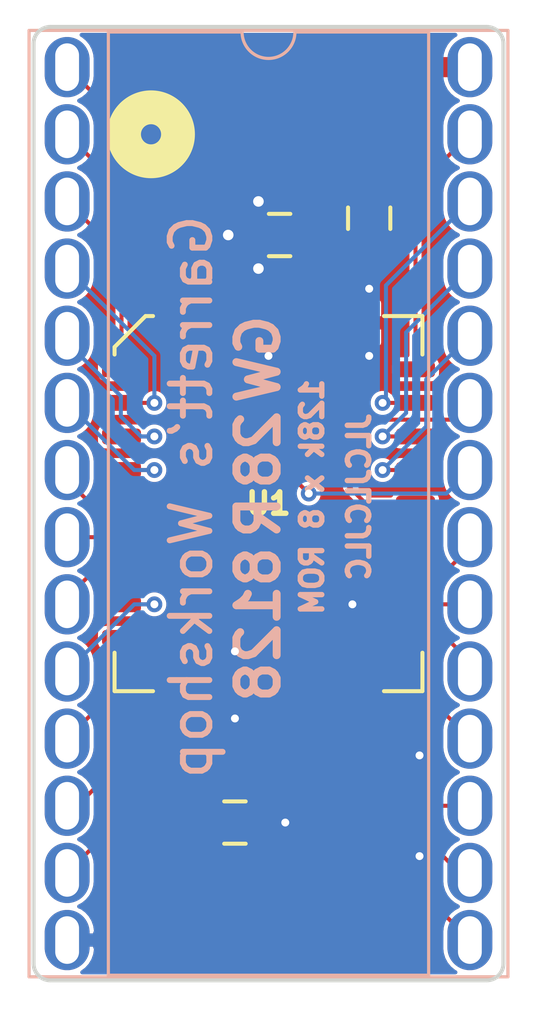
<source format=kicad_pcb>
(kicad_pcb (version 20171130) (host pcbnew "(5.1.2-1)-1")

  (general
    (thickness 1.6)
    (drawings 16)
    (tracks 128)
    (zones 0)
    (modules 8)
    (nets 31)
  )

  (page A4)
  (layers
    (0 F.Cu signal)
    (31 B.Cu signal)
    (32 B.Adhes user)
    (33 F.Adhes user)
    (34 B.Paste user)
    (35 F.Paste user)
    (36 B.SilkS user)
    (37 F.SilkS user)
    (38 B.Mask user)
    (39 F.Mask user)
    (40 Dwgs.User user)
    (41 Cmts.User user)
    (42 Eco1.User user)
    (43 Eco2.User user)
    (44 Edge.Cuts user)
    (45 Margin user)
    (46 B.CrtYd user)
    (47 F.CrtYd user)
    (48 B.Fab user)
    (49 F.Fab user)
  )

  (setup
    (last_trace_width 0.1524)
    (user_trace_width 0.2)
    (user_trace_width 0.254)
    (user_trace_width 0.508)
    (user_trace_width 0.762)
    (user_trace_width 1.27)
    (user_trace_width 1.524)
    (trace_clearance 0.1524)
    (zone_clearance 0.1524)
    (zone_45_only no)
    (trace_min 0.1524)
    (via_size 0.6)
    (via_drill 0.3)
    (via_min_size 0.4)
    (via_min_drill 0.3)
    (user_via 0.8 0.4)
    (user_via 1.524 0.762)
    (uvia_size 0.3)
    (uvia_drill 0.1)
    (uvias_allowed no)
    (uvia_min_size 0.2)
    (uvia_min_drill 0.1)
    (edge_width 0.15)
    (segment_width 0.1524)
    (pcb_text_width 0.3)
    (pcb_text_size 1.5 1.5)
    (mod_edge_width 0.15)
    (mod_text_size 1 1)
    (mod_text_width 0.15)
    (pad_size 1.8 1.8)
    (pad_drill 1.1)
    (pad_to_mask_clearance 0.0762)
    (solder_mask_min_width 0.127)
    (pad_to_paste_clearance -0.0381)
    (aux_axis_origin 0 0)
    (visible_elements FFFFEF7F)
    (pcbplotparams
      (layerselection 0x010f8_ffffffff)
      (usegerberextensions true)
      (usegerberattributes false)
      (usegerberadvancedattributes false)
      (creategerberjobfile false)
      (excludeedgelayer true)
      (linewidth 0.100000)
      (plotframeref false)
      (viasonmask false)
      (mode 1)
      (useauxorigin false)
      (hpglpennumber 1)
      (hpglpenspeed 20)
      (hpglpendiameter 15.000000)
      (psnegative false)
      (psa4output false)
      (plotreference true)
      (plotvalue true)
      (plotinvisibletext false)
      (padsonsilk false)
      (subtractmaskfromsilk true)
      (outputformat 1)
      (mirror false)
      (drillshape 0)
      (scaleselection 1)
      (outputdirectory "gerber/"))
  )

  (net 0 "")
  (net 1 +5V)
  (net 2 GND)
  (net 3 /A4)
  (net 4 /D7)
  (net 5 /D6)
  (net 6 /A8)
  (net 7 /A7)
  (net 8 /A6)
  (net 9 /A5)
  (net 10 /A3)
  (net 11 /A2)
  (net 12 /A1)
  (net 13 /A0)
  (net 14 /A9)
  (net 15 /D1)
  (net 16 /D5)
  (net 17 /D0)
  (net 18 /D2)
  (net 19 /D3)
  (net 20 /D4)
  (net 21 /A10)
  (net 22 /A11)
  (net 23 /A12)
  (net 24 /A13)
  (net 25 /A14)
  (net 26 /A15)
  (net 27 /~OE~)
  (net 28 /A16)
  (net 29 /~CS~)
  (net 30 /~WE~)

  (net_class Default "This is the default net class."
    (clearance 0.1524)
    (trace_width 0.1524)
    (via_dia 0.6)
    (via_drill 0.3)
    (uvia_dia 0.3)
    (uvia_drill 0.1)
    (add_net +5V)
    (add_net /A0)
    (add_net /A1)
    (add_net /A10)
    (add_net /A11)
    (add_net /A12)
    (add_net /A13)
    (add_net /A14)
    (add_net /A15)
    (add_net /A16)
    (add_net /A2)
    (add_net /A3)
    (add_net /A4)
    (add_net /A5)
    (add_net /A6)
    (add_net /A7)
    (add_net /A8)
    (add_net /A9)
    (add_net /D0)
    (add_net /D1)
    (add_net /D2)
    (add_net /D3)
    (add_net /D4)
    (add_net /D5)
    (add_net /D6)
    (add_net /D7)
    (add_net /~CS~)
    (add_net /~OE~)
    (add_net /~WE~)
    (add_net GND)
  )

  (module stdpads:DIP-28_W15.24mm_Socket_LongPads_Inverse_Forked (layer F.Cu) (tedit 5DEC1A9D) (tstamp 5DECDC27)
    (at 40.64 20.32)
    (descr "28-lead though-hole mounted DIP package, row spacing 15.24 mm (600 mils), Socket, LongPads")
    (tags "THT DIP DIL PDIP 2.54mm 15.24mm 600mil Socket LongPads")
    (path /5DECC3CD)
    (fp_text reference J1 (at 5.715 16.51) (layer B.SilkS) hide
      (effects (font (size 1 1) (thickness 0.15)) (justify mirror))
    )
    (fp_text value Socket (at 7.62 35.35) (layer F.Fab)
      (effects (font (size 1 1) (thickness 0.15)))
    )
    (fp_arc (start 7.62 -1.33) (end 6.62 -1.33) (angle -180) (layer B.SilkS) (width 0.12))
    (fp_line (start 1.255 -1.27) (end 14.985 -1.27) (layer F.Fab) (width 0.1))
    (fp_line (start 14.985 -1.27) (end 14.985 34.29) (layer F.Fab) (width 0.1))
    (fp_line (start 14.985 34.29) (end 0.255 34.29) (layer F.Fab) (width 0.1))
    (fp_line (start 0.255 34.29) (end 0.255 -0.27) (layer F.Fab) (width 0.1))
    (fp_line (start 0.255 -0.27) (end 1.255 -1.27) (layer F.Fab) (width 0.1))
    (fp_line (start -1.27 -1.33) (end -1.27 34.35) (layer F.Fab) (width 0.1))
    (fp_line (start -1.27 34.35) (end 16.51 34.35) (layer F.Fab) (width 0.1))
    (fp_line (start 16.51 34.35) (end 16.51 -1.33) (layer F.Fab) (width 0.1))
    (fp_line (start 16.51 -1.33) (end -1.27 -1.33) (layer F.Fab) (width 0.1))
    (fp_line (start 6.62 -1.33) (end 1.56 -1.33) (layer B.SilkS) (width 0.12))
    (fp_line (start 1.56 -1.33) (end 1.56 34.35) (layer B.SilkS) (width 0.12))
    (fp_line (start 1.56 34.35) (end 13.68 34.35) (layer B.SilkS) (width 0.12))
    (fp_line (start 13.68 34.35) (end 13.68 -1.33) (layer B.SilkS) (width 0.12))
    (fp_line (start 13.68 -1.33) (end 8.62 -1.33) (layer B.SilkS) (width 0.12))
    (fp_line (start -1.44 -1.39) (end -1.44 34.41) (layer B.SilkS) (width 0.12))
    (fp_line (start -1.44 34.41) (end 16.68 34.41) (layer B.SilkS) (width 0.12))
    (fp_line (start 16.68 34.41) (end 16.68 -1.39) (layer B.SilkS) (width 0.12))
    (fp_line (start 16.68 -1.39) (end -1.44 -1.39) (layer B.SilkS) (width 0.12))
    (fp_line (start -1.55 -1.6) (end -1.55 34.65) (layer F.CrtYd) (width 0.05))
    (fp_line (start -1.55 34.65) (end 16.8 34.65) (layer F.CrtYd) (width 0.05))
    (fp_line (start 16.8 34.65) (end 16.8 -1.6) (layer F.CrtYd) (width 0.05))
    (fp_line (start 16.8 -1.6) (end -1.55 -1.6) (layer F.CrtYd) (width 0.05))
    (fp_text user %R (at 7.62 16.51) (layer F.Fab)
      (effects (font (size 1 1) (thickness 0.15)))
    )
    (pad 1 thru_hole oval (at 0 0) (size 1.7 2.28) (drill oval 0.9 1.8) (layers *.Cu *.Mask)
      (net 26 /A15))
    (pad 15 thru_hole oval (at 15.24 33.02) (size 1.7 2.28) (drill oval 0.9 1.8) (layers *.Cu *.Mask)
      (net 19 /D3))
    (pad 2 thru_hole oval (at 0 2.54) (size 1.7 2.28) (drill oval 0.9 1.8) (layers *.Cu *.Mask)
      (net 23 /A12))
    (pad 16 thru_hole oval (at 15.24 30.48) (size 1.7 2.28) (drill oval 0.9 1.8) (layers *.Cu *.Mask)
      (net 20 /D4))
    (pad 3 thru_hole oval (at 0 5.08) (size 1.7 2.28) (drill oval 0.9 1.8) (layers *.Cu *.Mask)
      (net 7 /A7))
    (pad 17 thru_hole oval (at 15.24 27.94) (size 1.7 2.28) (drill oval 0.9 1.8) (layers *.Cu *.Mask)
      (net 16 /D5))
    (pad 4 thru_hole oval (at 0 7.62) (size 1.7 2.28) (drill oval 0.9 1.8) (layers *.Cu *.Mask)
      (net 8 /A6))
    (pad 18 thru_hole oval (at 15.24 25.4) (size 1.7 2.28) (drill oval 0.9 1.8) (layers *.Cu *.Mask)
      (net 5 /D6))
    (pad 5 thru_hole oval (at 0 10.16) (size 1.7 2.28) (drill oval 0.9 1.8) (layers *.Cu *.Mask)
      (net 9 /A5))
    (pad 19 thru_hole oval (at 15.24 22.86) (size 1.7 2.28) (drill oval 0.9 1.8) (layers *.Cu *.Mask)
      (net 4 /D7))
    (pad 6 thru_hole oval (at 0 12.7) (size 1.7 2.28) (drill oval 0.9 1.8) (layers *.Cu *.Mask)
      (net 3 /A4))
    (pad 20 thru_hole oval (at 15.24 20.32) (size 1.7 2.28) (drill oval 0.9 1.8) (layers *.Cu *.Mask)
      (net 29 /~CS~))
    (pad 7 thru_hole oval (at 0 15.24) (size 1.7 2.28) (drill oval 0.9 1.8) (layers *.Cu *.Mask)
      (net 10 /A3))
    (pad 21 thru_hole oval (at 15.24 17.78) (size 1.7 2.28) (drill oval 0.9 1.8) (layers *.Cu *.Mask)
      (net 21 /A10))
    (pad 8 thru_hole oval (at 0 17.78) (size 1.7 2.28) (drill oval 0.9 1.8) (layers *.Cu *.Mask)
      (net 11 /A2))
    (pad 22 thru_hole oval (at 15.24 15.24) (size 1.7 2.28) (drill oval 0.9 1.8) (layers *.Cu *.Mask)
      (net 28 /A16))
    (pad 9 thru_hole oval (at 0 20.32) (size 1.7 2.28) (drill oval 0.9 1.8) (layers *.Cu *.Mask)
      (net 12 /A1))
    (pad 23 thru_hole oval (at 15.24 12.7) (size 1.7 2.28) (drill oval 0.9 1.8) (layers *.Cu *.Mask)
      (net 22 /A11))
    (pad 10 thru_hole oval (at 0 22.86) (size 1.7 2.28) (drill oval 0.9 1.8) (layers *.Cu *.Mask)
      (net 13 /A0))
    (pad 24 thru_hole oval (at 15.24 10.16) (size 1.7 2.28) (drill oval 0.9 1.8) (layers *.Cu *.Mask)
      (net 14 /A9))
    (pad 11 thru_hole oval (at 0 25.4) (size 1.7 2.28) (drill oval 0.9 1.8) (layers *.Cu *.Mask)
      (net 17 /D0))
    (pad 25 thru_hole oval (at 15.24 7.62) (size 1.7 2.28) (drill oval 0.9 1.8) (layers *.Cu *.Mask)
      (net 6 /A8))
    (pad 12 thru_hole oval (at 0 27.94) (size 1.7 2.28) (drill oval 0.9 1.8) (layers *.Cu *.Mask)
      (net 15 /D1))
    (pad 26 thru_hole oval (at 15.24 5.08) (size 1.7 2.28) (drill oval 0.9 1.8) (layers *.Cu *.Mask)
      (net 24 /A13))
    (pad 13 thru_hole oval (at 0 30.48) (size 1.7 2.28) (drill oval 0.9 1.8) (layers *.Cu *.Mask)
      (net 18 /D2))
    (pad 27 thru_hole oval (at 15.24 2.54) (size 1.7 2.28) (drill oval 0.9 1.8) (layers *.Cu *.Mask)
      (net 25 /A14))
    (pad 14 thru_hole oval (at 0 33.02) (size 1.7 2.28) (drill oval 0.9 1.8) (layers *.Cu *.Mask)
      (net 2 GND))
    (pad 28 thru_hole oval (at 15.24 0) (size 1.7 2.28) (drill oval 0.9 1.8) (layers *.Cu *.Mask)
      (net 1 +5V))
    (model ${KISYS3DMOD}/Connector_PinHeader_2.54mm.3dshapes/PinHeader_1x14_P2.54mm_Vertical.wrl
      (offset (xyz 0 0 -1.778))
      (scale (xyz 1 1 1))
      (rotate (xyz 0 180 0))
    )
    (model ${KISYS3DMOD}/Connector_PinHeader_2.54mm.3dshapes/PinHeader_1x14_P2.54mm_Vertical.wrl
      (offset (xyz 15.24 0 -1.778))
      (scale (xyz 1 1 1))
      (rotate (xyz 0 180 0))
    )
  )

  (module stdpads:Fiducial (layer F.Cu) (tedit 5CFD71CD) (tstamp 5D30EF0C)
    (at 43.18 53.34)
    (descr "Circular Fiducial, 1mm bare copper top; 2mm keepout (Level A)")
    (tags marker)
    (path /5D319ED4)
    (attr smd)
    (fp_text reference FID2 (at 0 -1.6) (layer F.SilkS) hide
      (effects (font (size 0.508 0.508) (thickness 0.127)))
    )
    (fp_text value Fiducial (at 0 1.651) (layer F.Fab) hide
      (effects (font (size 0.508 0.508) (thickness 0.127)))
    )
    (fp_circle (center 0 0) (end 1 0) (layer F.Fab) (width 0.1))
    (fp_text user %R (at 0 0) (layer F.Fab)
      (effects (font (size 0.4 0.4) (thickness 0.06)))
    )
    (fp_circle (center 0 0) (end 1.25 0) (layer F.CrtYd) (width 0.05))
    (pad ~ smd circle (at 0 0) (size 1 1) (layers F.Cu F.Mask)
      (solder_mask_margin 0.5) (clearance 0.575))
  )

  (module stdpads:Fiducial (layer F.Cu) (tedit 5CFD71CD) (tstamp 5D13489F)
    (at 53.34 53.34)
    (descr "Circular Fiducial, 1mm bare copper top; 2mm keepout (Level A)")
    (tags marker)
    (path /5D319F51)
    (attr smd)
    (fp_text reference FID3 (at 0 -1.6) (layer F.SilkS) hide
      (effects (font (size 0.508 0.508) (thickness 0.127)))
    )
    (fp_text value Fiducial (at 0 1.651) (layer F.Fab) hide
      (effects (font (size 0.508 0.508) (thickness 0.127)))
    )
    (fp_circle (center 0 0) (end 1.25 0) (layer F.CrtYd) (width 0.05))
    (fp_text user %R (at 0 0) (layer F.Fab)
      (effects (font (size 0.4 0.4) (thickness 0.06)))
    )
    (fp_circle (center 0 0) (end 1 0) (layer F.Fab) (width 0.1))
    (pad ~ smd circle (at 0 0) (size 1 1) (layers F.Cu F.Mask)
      (solder_mask_margin 0.5) (clearance 0.575))
  )

  (module stdpads:Fiducial (layer F.Cu) (tedit 5CFD71CD) (tstamp 5D134897)
    (at 43.18 20.32)
    (descr "Circular Fiducial, 1mm bare copper top; 2mm keepout (Level A)")
    (tags marker)
    (path /5D319AF4)
    (attr smd)
    (fp_text reference FID1 (at 0 -1.6) (layer F.SilkS) hide
      (effects (font (size 0.508 0.508) (thickness 0.127)))
    )
    (fp_text value Fiducial (at 0 1.651) (layer F.Fab) hide
      (effects (font (size 0.508 0.508) (thickness 0.127)))
    )
    (fp_circle (center 0 0) (end 1.25 0) (layer F.CrtYd) (width 0.05))
    (fp_text user %R (at 0 0) (layer F.Fab)
      (effects (font (size 0.4 0.4) (thickness 0.06)))
    )
    (fp_circle (center 0 0) (end 1 0) (layer F.Fab) (width 0.1))
    (pad ~ smd circle (at 0 0) (size 1 1) (layers F.Cu F.Mask)
      (solder_mask_margin 0.5) (clearance 0.575))
  )

  (module stdpads:R_0805 (layer F.Cu) (tedit 5CC267AA) (tstamp 5D30E8B8)
    (at 52.07 26.035 270)
    (tags resistor)
    (path /5D31EA5F)
    (attr smd)
    (fp_text reference R2 (at 0 -1.5 90) (layer F.SilkS) hide
      (effects (font (size 0.8128 0.8128) (thickness 0.1524)))
    )
    (fp_text value 22k (at 0 0.889 90) (layer F.Fab) hide
      (effects (font (size 0.127 0.127) (thickness 0.03175)))
    )
    (fp_text user %R (at 0 0) (layer F.Fab)
      (effects (font (size 0.254 0.254) (thickness 0.0635)))
    )
    (fp_line (start 1.7 1) (end -1.7 1) (layer F.CrtYd) (width 0.05))
    (fp_line (start 1.7 -1) (end 1.7 1) (layer F.CrtYd) (width 0.05))
    (fp_line (start -1.7 -1) (end 1.7 -1) (layer F.CrtYd) (width 0.05))
    (fp_line (start -1.7 1) (end -1.7 -1) (layer F.CrtYd) (width 0.05))
    (fp_line (start -0.4064 0.8) (end 0.4064 0.8) (layer F.SilkS) (width 0.1524))
    (fp_line (start -0.4064 -0.8) (end 0.4064 -0.8) (layer F.SilkS) (width 0.1524))
    (fp_line (start 1 0.625) (end -1 0.625) (layer F.Fab) (width 0.1))
    (fp_line (start 1 -0.625) (end 1 0.625) (layer F.Fab) (width 0.1))
    (fp_line (start -1 -0.625) (end 1 -0.625) (layer F.Fab) (width 0.1))
    (fp_line (start -1 0.625) (end -1 -0.625) (layer F.Fab) (width 0.1))
    (pad 2 smd roundrect (at 0.95 0 270) (size 0.85 1.4) (layers F.Cu F.Paste F.Mask) (roundrect_rratio 0.25)
      (net 30 /~WE~))
    (pad 1 smd roundrect (at -0.95 0 270) (size 0.85 1.4) (layers F.Cu F.Paste F.Mask) (roundrect_rratio 0.25)
      (net 1 +5V))
    (model ${KISYS3DMOD}/Resistor_SMD.3dshapes/R_0805_2012Metric.wrl
      (at (xyz 0 0 0))
      (scale (xyz 1 1 1))
      (rotate (xyz 0 0 0))
    )
  )

  (module stdpads:C_0805 (layer F.Cu) (tedit 5CC26793) (tstamp 5D13487E)
    (at 48.68 26.67 180)
    (tags capacitor)
    (path /5D136B08)
    (attr smd)
    (fp_text reference C1 (at 0 -1.5) (layer F.SilkS) hide
      (effects (font (size 0.8128 0.8128) (thickness 0.1524)))
    )
    (fp_text value 100n (at 0 0.9) (layer F.Fab) hide
      (effects (font (size 0.127 0.127) (thickness 0.03175)))
    )
    (fp_line (start -1 0.625) (end -1 -0.625) (layer F.Fab) (width 0.15))
    (fp_line (start -1 -0.625) (end 1 -0.625) (layer F.Fab) (width 0.15))
    (fp_line (start 1 -0.625) (end 1 0.625) (layer F.Fab) (width 0.15))
    (fp_line (start 1 0.625) (end -1 0.625) (layer F.Fab) (width 0.15))
    (fp_line (start -0.4064 -0.8) (end 0.4064 -0.8) (layer F.SilkS) (width 0.1524))
    (fp_line (start -0.4064 0.8) (end 0.4064 0.8) (layer F.SilkS) (width 0.1524))
    (fp_line (start -1.7 1) (end -1.7 -1) (layer F.CrtYd) (width 0.05))
    (fp_line (start -1.7 -1) (end 1.7 -1) (layer F.CrtYd) (width 0.05))
    (fp_line (start 1.7 -1) (end 1.7 1) (layer F.CrtYd) (width 0.05))
    (fp_line (start 1.7 1) (end -1.7 1) (layer F.CrtYd) (width 0.05))
    (fp_text user %R (at 0 0 90) (layer F.Fab)
      (effects (font (size 0.254 0.254) (thickness 0.0635)))
    )
    (pad 1 smd roundrect (at -0.85 0 180) (size 1.05 1.4) (layers F.Cu F.Paste F.Mask) (roundrect_rratio 0.25)
      (net 1 +5V))
    (pad 2 smd roundrect (at 0.85 0 180) (size 1.05 1.4) (layers F.Cu F.Paste F.Mask) (roundrect_rratio 0.25)
      (net 2 GND))
    (model ${KISYS3DMOD}/Capacitor_SMD.3dshapes/C_0805_2012Metric.wrl
      (at (xyz 0 0 0))
      (scale (xyz 1 1 1))
      (rotate (xyz 0 0 0))
    )
  )

  (module stdpads:PLCC-32 (layer F.Cu) (tedit 5D0DA842) (tstamp 5D12FC01)
    (at 48.26 36.83)
    (descr "PLCC, 32 Pin (http://ww1.microchip.com/downloads/en/DeviceDoc/doc0015.pdf), generated with kicad-footprint-generator ipc_plcc_jLead_generator.py")
    (tags "PLCC LCC")
    (path /5E56BC07)
    (attr smd)
    (fp_text reference U1 (at 0 0) (layer F.SilkS)
      (effects (font (size 0.8128 0.8128) (thickness 0.2032)))
    )
    (fp_text value 39SF010 (at 0 1.27) (layer F.Fab)
      (effects (font (size 0.8128 0.8128) (thickness 0.2032)))
    )
    (fp_line (start 4.37 -7.095) (end 5.825 -7.095) (layer F.SilkS) (width 0.1524))
    (fp_line (start 5.825 -7.095) (end 5.825 -5.64) (layer F.SilkS) (width 0.1524))
    (fp_line (start -4.37 7.095) (end -5.825 7.095) (layer F.SilkS) (width 0.1524))
    (fp_line (start -5.825 7.095) (end -5.825 5.64) (layer F.SilkS) (width 0.1524))
    (fp_line (start 4.37 7.095) (end 5.825 7.095) (layer F.SilkS) (width 0.1524))
    (fp_line (start 5.825 7.095) (end 5.825 5.64) (layer F.SilkS) (width 0.1524))
    (fp_line (start -4.37 -7.095) (end -4.652782 -7.095) (layer F.SilkS) (width 0.1524))
    (fp_line (start -4.652782 -7.095) (end -5.825 -5.922782) (layer F.SilkS) (width 0.1524))
    (fp_line (start -5.825 -5.922782) (end -5.825 -5.64) (layer F.SilkS) (width 0.1524))
    (fp_line (start 0 -6.277893) (end 0.5 -6.985) (layer F.Fab) (width 0.1))
    (fp_line (start 0.5 -6.985) (end 5.715 -6.985) (layer F.Fab) (width 0.1))
    (fp_line (start 5.715 -6.985) (end 5.715 6.985) (layer F.Fab) (width 0.1))
    (fp_line (start 5.715 6.985) (end -5.715 6.985) (layer F.Fab) (width 0.1))
    (fp_line (start -5.715 6.985) (end -5.715 -5.845) (layer F.Fab) (width 0.1))
    (fp_line (start -5.715 -5.845) (end -4.575 -6.985) (layer F.Fab) (width 0.1))
    (fp_line (start -4.575 -6.985) (end -0.5 -6.985) (layer F.Fab) (width 0.1))
    (fp_line (start -0.5 -6.985) (end 0 -6.277893) (layer F.Fab) (width 0.1))
    (fp_line (start 0 -7.82) (end 4.36 -7.82) (layer F.CrtYd) (width 0.05))
    (fp_line (start 4.36 -7.82) (end 4.36 -7.23) (layer F.CrtYd) (width 0.05))
    (fp_line (start 4.36 -7.23) (end 5.96 -7.23) (layer F.CrtYd) (width 0.05))
    (fp_line (start 5.96 -7.23) (end 5.96 -5.63) (layer F.CrtYd) (width 0.05))
    (fp_line (start 5.96 -5.63) (end 6.55 -5.63) (layer F.CrtYd) (width 0.05))
    (fp_line (start 6.55 -5.63) (end 6.55 0) (layer F.CrtYd) (width 0.05))
    (fp_line (start 0 7.82) (end -4.36 7.82) (layer F.CrtYd) (width 0.05))
    (fp_line (start -4.36 7.82) (end -4.36 7.23) (layer F.CrtYd) (width 0.05))
    (fp_line (start -4.36 7.23) (end -5.96 7.23) (layer F.CrtYd) (width 0.05))
    (fp_line (start -5.96 7.23) (end -5.96 5.63) (layer F.CrtYd) (width 0.05))
    (fp_line (start -5.96 5.63) (end -6.55 5.63) (layer F.CrtYd) (width 0.05))
    (fp_line (start -6.55 5.63) (end -6.55 0) (layer F.CrtYd) (width 0.05))
    (fp_line (start 0 7.82) (end 4.36 7.82) (layer F.CrtYd) (width 0.05))
    (fp_line (start 4.36 7.82) (end 4.36 7.23) (layer F.CrtYd) (width 0.05))
    (fp_line (start 4.36 7.23) (end 5.96 7.23) (layer F.CrtYd) (width 0.05))
    (fp_line (start 5.96 7.23) (end 5.96 5.63) (layer F.CrtYd) (width 0.05))
    (fp_line (start 5.96 5.63) (end 6.55 5.63) (layer F.CrtYd) (width 0.05))
    (fp_line (start 6.55 5.63) (end 6.55 0) (layer F.CrtYd) (width 0.05))
    (fp_line (start 0 -7.82) (end -4.36 -7.82) (layer F.CrtYd) (width 0.05))
    (fp_line (start -4.36 -7.82) (end -4.36 -7.23) (layer F.CrtYd) (width 0.05))
    (fp_line (start -4.36 -7.23) (end -4.68 -7.23) (layer F.CrtYd) (width 0.05))
    (fp_line (start -4.68 -7.23) (end -5.96 -5.95) (layer F.CrtYd) (width 0.05))
    (fp_line (start -5.96 -5.95) (end -5.96 -5.63) (layer F.CrtYd) (width 0.05))
    (fp_line (start -5.96 -5.63) (end -6.55 -5.63) (layer F.CrtYd) (width 0.05))
    (fp_line (start -6.55 -5.63) (end -6.55 0) (layer F.CrtYd) (width 0.05))
    (fp_text user %R (at 0 0) (layer F.Fab)
      (effects (font (size 0.8128 0.8128) (thickness 0.2032)))
    )
    (pad 1 smd roundrect (at 0 -6.8375) (size 0.6 1.475) (layers F.Cu F.Paste F.Mask) (roundrect_rratio 0.25)
      (net 2 GND))
    (pad 2 smd roundrect (at -1.27 -6.8375) (size 0.6 1.475) (layers F.Cu F.Paste F.Mask) (roundrect_rratio 0.25)
      (net 28 /A16))
    (pad 3 smd roundrect (at -2.54 -6.8375) (size 0.6 1.475) (layers F.Cu F.Paste F.Mask) (roundrect_rratio 0.25)
      (net 26 /A15))
    (pad 4 smd roundrect (at -3.81 -6.8375) (size 0.6 1.475) (layers F.Cu F.Paste F.Mask) (roundrect_rratio 0.25)
      (net 23 /A12))
    (pad 5 smd roundrect (at -5.5625 -5.08) (size 1.475 0.6) (layers F.Cu F.Paste F.Mask) (roundrect_rratio 0.25)
      (net 7 /A7))
    (pad 6 smd roundrect (at -5.5625 -3.81) (size 1.475 0.6) (layers F.Cu F.Paste F.Mask) (roundrect_rratio 0.25)
      (net 8 /A6))
    (pad 7 smd roundrect (at -5.5625 -2.54) (size 1.475 0.6) (layers F.Cu F.Paste F.Mask) (roundrect_rratio 0.25)
      (net 9 /A5))
    (pad 8 smd roundrect (at -5.5625 -1.27) (size 1.475 0.6) (layers F.Cu F.Paste F.Mask) (roundrect_rratio 0.25)
      (net 3 /A4))
    (pad 9 smd roundrect (at -5.5625 0) (size 1.475 0.6) (layers F.Cu F.Paste F.Mask) (roundrect_rratio 0.25)
      (net 10 /A3))
    (pad 10 smd roundrect (at -5.5625 1.27) (size 1.475 0.6) (layers F.Cu F.Paste F.Mask) (roundrect_rratio 0.25)
      (net 11 /A2))
    (pad 11 smd roundrect (at -5.5625 2.54) (size 1.475 0.6) (layers F.Cu F.Paste F.Mask) (roundrect_rratio 0.25)
      (net 12 /A1))
    (pad 12 smd roundrect (at -5.5625 3.81) (size 1.475 0.6) (layers F.Cu F.Paste F.Mask) (roundrect_rratio 0.25)
      (net 13 /A0))
    (pad 13 smd roundrect (at -5.5625 5.08) (size 1.475 0.6) (layers F.Cu F.Paste F.Mask) (roundrect_rratio 0.25)
      (net 17 /D0))
    (pad 14 smd roundrect (at -3.81 6.8375) (size 0.6 1.475) (layers F.Cu F.Paste F.Mask) (roundrect_rratio 0.25)
      (net 15 /D1))
    (pad 15 smd roundrect (at -2.54 6.8375) (size 0.6 1.475) (layers F.Cu F.Paste F.Mask) (roundrect_rratio 0.25)
      (net 18 /D2))
    (pad 16 smd roundrect (at -1.27 6.8375) (size 0.6 1.475) (layers F.Cu F.Paste F.Mask) (roundrect_rratio 0.25)
      (net 2 GND))
    (pad 17 smd roundrect (at 0 6.8375) (size 0.6 1.475) (layers F.Cu F.Paste F.Mask) (roundrect_rratio 0.25)
      (net 19 /D3))
    (pad 18 smd roundrect (at 1.27 6.8375) (size 0.6 1.475) (layers F.Cu F.Paste F.Mask) (roundrect_rratio 0.25)
      (net 20 /D4))
    (pad 19 smd roundrect (at 2.54 6.8375) (size 0.6 1.475) (layers F.Cu F.Paste F.Mask) (roundrect_rratio 0.25)
      (net 16 /D5))
    (pad 20 smd roundrect (at 3.81 6.8375) (size 0.6 1.475) (layers F.Cu F.Paste F.Mask) (roundrect_rratio 0.25)
      (net 5 /D6))
    (pad 21 smd roundrect (at 5.5625 5.08) (size 1.475 0.6) (layers F.Cu F.Paste F.Mask) (roundrect_rratio 0.25)
      (net 4 /D7))
    (pad 22 smd roundrect (at 5.5625 3.81) (size 1.475 0.6) (layers F.Cu F.Paste F.Mask) (roundrect_rratio 0.25)
      (net 29 /~CS~))
    (pad 23 smd roundrect (at 5.5625 2.54) (size 1.475 0.6) (layers F.Cu F.Paste F.Mask) (roundrect_rratio 0.25)
      (net 21 /A10))
    (pad 24 smd roundrect (at 5.5625 1.27) (size 1.475 0.6) (layers F.Cu F.Paste F.Mask) (roundrect_rratio 0.25)
      (net 27 /~OE~))
    (pad 25 smd roundrect (at 5.5625 0) (size 1.475 0.6) (layers F.Cu F.Paste F.Mask) (roundrect_rratio 0.25)
      (net 22 /A11))
    (pad 26 smd roundrect (at 5.5625 -1.27) (size 1.475 0.6) (layers F.Cu F.Paste F.Mask) (roundrect_rratio 0.25)
      (net 14 /A9))
    (pad 27 smd roundrect (at 5.5625 -2.54) (size 1.475 0.6) (layers F.Cu F.Paste F.Mask) (roundrect_rratio 0.25)
      (net 6 /A8))
    (pad 28 smd roundrect (at 5.5625 -3.81) (size 1.475 0.6) (layers F.Cu F.Paste F.Mask) (roundrect_rratio 0.25)
      (net 24 /A13))
    (pad 29 smd roundrect (at 5.5625 -5.08) (size 1.475 0.6) (layers F.Cu F.Paste F.Mask) (roundrect_rratio 0.25)
      (net 25 /A14))
    (pad 30 smd roundrect (at 3.81 -6.8375) (size 0.6 1.475) (layers F.Cu F.Paste F.Mask) (roundrect_rratio 0.25)
      (net 2 GND))
    (pad 31 smd roundrect (at 2.54 -6.8375) (size 0.6 1.475) (layers F.Cu F.Paste F.Mask) (roundrect_rratio 0.25)
      (net 30 /~WE~))
    (pad 32 smd roundrect (at 1.27 -6.8375) (size 0.6 1.475) (layers F.Cu F.Paste F.Mask) (roundrect_rratio 0.25)
      (net 1 +5V))
    (model ${KIPRJMOD}/../stdpads.3dshapes/PLCC-32.wrl
      (at (xyz 0 0 0))
      (scale (xyz 1 1 1))
      (rotate (xyz 0 0 180))
    )
  )

  (module stdpads:R_0805 (layer F.Cu) (tedit 5CC267AA) (tstamp 5D30E225)
    (at 46.99 48.895)
    (tags resistor)
    (path /5D3208E4)
    (attr smd)
    (fp_text reference R1 (at 0 -1.5) (layer F.SilkS) hide
      (effects (font (size 0.8128 0.8128) (thickness 0.1524)))
    )
    (fp_text value 22k (at 0 0.889) (layer F.Fab) hide
      (effects (font (size 0.127 0.127) (thickness 0.03175)))
    )
    (fp_line (start -1 0.625) (end -1 -0.625) (layer F.Fab) (width 0.1))
    (fp_line (start -1 -0.625) (end 1 -0.625) (layer F.Fab) (width 0.1))
    (fp_line (start 1 -0.625) (end 1 0.625) (layer F.Fab) (width 0.1))
    (fp_line (start 1 0.625) (end -1 0.625) (layer F.Fab) (width 0.1))
    (fp_line (start -0.4064 -0.8) (end 0.4064 -0.8) (layer F.SilkS) (width 0.1524))
    (fp_line (start -0.4064 0.8) (end 0.4064 0.8) (layer F.SilkS) (width 0.1524))
    (fp_line (start -1.7 1) (end -1.7 -1) (layer F.CrtYd) (width 0.05))
    (fp_line (start -1.7 -1) (end 1.7 -1) (layer F.CrtYd) (width 0.05))
    (fp_line (start 1.7 -1) (end 1.7 1) (layer F.CrtYd) (width 0.05))
    (fp_line (start 1.7 1) (end -1.7 1) (layer F.CrtYd) (width 0.05))
    (fp_text user %R (at 0 0 90) (layer F.Fab)
      (effects (font (size 0.254 0.254) (thickness 0.0635)))
    )
    (pad 1 smd roundrect (at -0.95 0) (size 0.85 1.4) (layers F.Cu F.Paste F.Mask) (roundrect_rratio 0.25)
      (net 27 /~OE~))
    (pad 2 smd roundrect (at 0.95 0) (size 0.85 1.4) (layers F.Cu F.Paste F.Mask) (roundrect_rratio 0.25)
      (net 2 GND))
    (model ${KISYS3DMOD}/Resistor_SMD.3dshapes/R_0805_2012Metric.wrl
      (at (xyz 0 0 0))
      (scale (xyz 1 1 1))
      (rotate (xyz 0 0 0))
    )
  )

  (gr_arc (start 40.005 54.229) (end 39.37 54.229) (angle -90) (layer Edge.Cuts) (width 0.15) (tstamp 5DECE0A7))
  (gr_arc (start 56.515 54.229) (end 56.515 54.864) (angle -90) (layer Edge.Cuts) (width 0.15) (tstamp 5DECDFC0))
  (gr_arc (start 56.515 19.431) (end 57.15 19.431) (angle -90) (layer Edge.Cuts) (width 0.15) (tstamp 5DECDE9D))
  (gr_arc (start 40.005 19.431) (end 40.005 18.796) (angle -90) (layer Edge.Cuts) (width 0.15) (tstamp 5D347157))
  (gr_text JLCJLCJLC (at 51.689 36.576 90) (layer B.SilkS)
    (effects (font (size 0.8128 0.8128) (thickness 0.2032)) (justify mirror))
  )
  (gr_text "128k x 8 ROM" (at 49.911 36.576 90) (layer B.SilkS) (tstamp 5D130759)
    (effects (font (size 0.8128 0.8128) (thickness 0.2032)) (justify mirror))
  )
  (gr_circle (center 43.815 22.86) (end 44.196 22.86) (layer F.SilkS) (width 1.28))
  (gr_text 8128 (at 47.879 41.402 90) (layer B.SilkS) (tstamp 5D12F927)
    (effects (font (size 1.524 1.524) (thickness 0.3)) (justify mirror))
  )
  (gr_text R (at 47.879 37.338 90) (layer B.SilkS) (tstamp 5D12F91E)
    (effects (font (size 1.524 1.524) (thickness 0.3)) (justify mirror))
  )
  (gr_text 28 (at 47.879 34.798 90) (layer B.SilkS) (tstamp 5D12F91B)
    (effects (font (size 1.524 1.524) (thickness 0.3)) (justify mirror))
  )
  (gr_text GW (at 47.879 31.369 90) (layer B.SilkS) (tstamp 5D12F918)
    (effects (font (size 1.524 1.524) (thickness 0.3)) (justify mirror))
  )
  (gr_text "Garrett’s Workshop" (at 45.339 36.576 90) (layer B.SilkS) (tstamp 5D12F589)
    (effects (font (size 1.5 1.5) (thickness 0.225)) (justify mirror))
  )
  (gr_line (start 39.37 54.229) (end 39.37 19.431) (layer Edge.Cuts) (width 0.15) (tstamp 5DECD9B9))
  (gr_line (start 56.515 54.864) (end 40.005 54.864) (layer Edge.Cuts) (width 0.15))
  (gr_line (start 57.15 19.431) (end 57.15 54.229) (layer Edge.Cuts) (width 0.15))
  (gr_line (start 40.005 18.796) (end 56.515 18.796) (layer Edge.Cuts) (width 0.15))

  (segment (start 49.53 29.9925) (end 49.53 26.67) (width 0.508) (layer F.Cu) (net 1))
  (segment (start 49.53 26.67) (end 49.53 25.4) (width 0.762) (layer F.Cu) (net 1))
  (segment (start 54.61 20.32) (end 55.88 20.32) (width 0.762) (layer F.Cu) (net 1))
  (segment (start 52.07 23.495) (end 52.07 22.86) (width 0.762) (layer F.Cu) (net 1))
  (segment (start 54.61 20.32) (end 52.07 22.86) (width 0.762) (layer F.Cu) (net 1))
  (segment (start 51.2445 23.6855) (end 51.7525 23.6855) (width 0.762) (layer F.Cu) (net 1))
  (segment (start 51.2445 23.6855) (end 52.07 22.86) (width 0.762) (layer F.Cu) (net 1))
  (segment (start 49.53 25.4) (end 51.2445 23.6855) (width 0.762) (layer F.Cu) (net 1))
  (segment (start 51.7525 23.6855) (end 52.07 24.003) (width 0.762) (layer F.Cu) (net 1))
  (segment (start 52.07 24.003) (end 52.07 23.495) (width 0.762) (layer F.Cu) (net 1))
  (segment (start 52.07 25.085) (end 52.07 24.003) (width 0.762) (layer F.Cu) (net 1))
  (via (at 47.879 25.4) (size 0.8) (drill 0.4) (layers F.Cu B.Cu) (net 2))
  (segment (start 47.83 25.449) (end 47.879 25.4) (width 0.762) (layer F.Cu) (net 2))
  (segment (start 47.83 26.67) (end 47.83 25.449) (width 0.762) (layer F.Cu) (net 2))
  (via (at 46.736 26.67) (size 0.8) (drill 0.4) (layers F.Cu B.Cu) (net 2))
  (segment (start 47.83 26.67) (end 46.736 26.67) (width 0.762) (layer F.Cu) (net 2))
  (via (at 47.879 27.94) (size 0.8) (drill 0.4) (layers F.Cu B.Cu) (net 2))
  (segment (start 47.83 27.891) (end 47.879 27.94) (width 0.762) (layer F.Cu) (net 2))
  (segment (start 47.83 26.67) (end 47.83 27.891) (width 0.762) (layer F.Cu) (net 2))
  (via (at 46.99 42.418) (size 0.6) (drill 0.3) (layers F.Cu B.Cu) (net 2))
  (segment (start 46.99 43.6675) (end 46.99 42.418) (width 0.508) (layer F.Cu) (net 2))
  (via (at 46.99 44.958) (size 0.6) (drill 0.3) (layers F.Cu B.Cu) (net 2))
  (segment (start 46.99 43.6675) (end 46.99 44.958) (width 0.508) (layer F.Cu) (net 2))
  (via (at 48.26 31.242) (size 0.6) (drill 0.3) (layers F.Cu B.Cu) (net 2))
  (segment (start 48.26 29.9925) (end 48.26 31.242) (width 0.508) (layer F.Cu) (net 2))
  (via (at 52.07 31.242) (size 0.6) (drill 0.3) (layers F.Cu B.Cu) (net 2))
  (segment (start 52.07 29.9925) (end 52.07 31.242) (width 0.508) (layer F.Cu) (net 2))
  (via (at 52.07 28.702) (size 0.6) (drill 0.3) (layers F.Cu B.Cu) (net 2))
  (segment (start 52.07 29.9925) (end 52.07 28.702) (width 0.508) (layer F.Cu) (net 2))
  (via (at 48.895 48.895) (size 0.6) (drill 0.3) (layers F.Cu B.Cu) (net 2))
  (segment (start 47.94 48.895) (end 48.895 48.895) (width 0.1524) (layer F.Cu) (net 2))
  (via (at 53.975 50.165) (size 0.6) (drill 0.3) (layers F.Cu B.Cu) (net 2) (tstamp 5DEC8B83))
  (via (at 53.975 46.355) (size 0.6) (drill 0.3) (layers F.Cu B.Cu) (net 2) (tstamp 5DEC8B89))
  (via (at 51.435 40.64) (size 0.6) (drill 0.3) (layers F.Cu B.Cu) (net 2) (tstamp 5DEC8B8B))
  (via (at 43.942 35.56) (size 0.6) (drill 0.3) (layers F.Cu B.Cu) (net 3))
  (segment (start 42.6975 35.56) (end 43.942 35.56) (width 0.1524) (layer F.Cu) (net 3))
  (segment (start 43.18 35.56) (end 43.942 35.56) (width 0.1524) (layer B.Cu) (net 3))
  (segment (start 40.64 33.02) (end 43.18 35.56) (width 0.1524) (layer B.Cu) (net 3))
  (segment (start 53.8225 41.91) (end 54.991 41.91) (width 0.1524) (layer F.Cu) (net 4))
  (segment (start 55.88 42.799) (end 55.88 43.18) (width 0.1524) (layer F.Cu) (net 4))
  (segment (start 54.991 41.91) (end 55.88 42.799) (width 0.1524) (layer F.Cu) (net 4))
  (segment (start 53.8275 43.6675) (end 55.88 45.72) (width 0.1524) (layer F.Cu) (net 5))
  (segment (start 52.07 43.6675) (end 53.8275 43.6675) (width 0.1524) (layer F.Cu) (net 5))
  (via (at 52.578 34.29) (size 0.6) (drill 0.3) (layers F.Cu B.Cu) (net 6))
  (segment (start 53.8225 34.29) (end 52.578 34.29) (width 0.1524) (layer F.Cu) (net 6))
  (segment (start 53.467 30.353) (end 55.88 27.94) (width 0.1524) (layer B.Cu) (net 6))
  (segment (start 53.467 33.401) (end 53.467 30.353) (width 0.1524) (layer B.Cu) (net 6))
  (segment (start 52.578 34.29) (end 53.467 33.401) (width 0.1524) (layer B.Cu) (net 6))
  (segment (start 42.6975 27.4575) (end 40.64 25.4) (width 0.1524) (layer F.Cu) (net 7))
  (segment (start 42.6975 31.75) (end 42.6975 27.4575) (width 0.1524) (layer F.Cu) (net 7))
  (via (at 43.942 33.02) (size 0.6) (drill 0.3) (layers F.Cu B.Cu) (net 8))
  (segment (start 42.6975 33.02) (end 43.942 33.02) (width 0.1524) (layer F.Cu) (net 8))
  (segment (start 43.942 31.242) (end 43.942 33.02) (width 0.1524) (layer B.Cu) (net 8))
  (segment (start 40.64 27.94) (end 43.942 31.242) (width 0.1524) (layer B.Cu) (net 8))
  (via (at 43.942 34.29) (size 0.6) (drill 0.3) (layers F.Cu B.Cu) (net 9))
  (segment (start 42.6975 34.29) (end 43.942 34.29) (width 0.1524) (layer F.Cu) (net 9))
  (segment (start 40.64 30.734) (end 42.672 32.766) (width 0.1524) (layer B.Cu) (net 9))
  (segment (start 42.672 33.528) (end 43.434 34.29) (width 0.1524) (layer B.Cu) (net 9))
  (segment (start 43.434 34.29) (end 43.942 34.29) (width 0.1524) (layer B.Cu) (net 9))
  (segment (start 42.672 32.766) (end 42.672 33.528) (width 0.1524) (layer B.Cu) (net 9))
  (segment (start 40.64 30.48) (end 40.64 30.734) (width 0.1524) (layer B.Cu) (net 9))
  (segment (start 42.6975 36.83) (end 41.529 36.83) (width 0.1524) (layer F.Cu) (net 10))
  (segment (start 40.64 35.941) (end 40.64 35.56) (width 0.1524) (layer F.Cu) (net 10))
  (segment (start 41.529 36.83) (end 40.64 35.941) (width 0.1524) (layer F.Cu) (net 10))
  (segment (start 40.64 38.1) (end 42.6975 38.1) (width 0.1524) (layer F.Cu) (net 11))
  (segment (start 42.6975 39.37) (end 41.656 39.37) (width 0.1524) (layer F.Cu) (net 12))
  (segment (start 40.64 40.386) (end 40.64 40.64) (width 0.1524) (layer F.Cu) (net 12))
  (segment (start 41.656 39.37) (end 40.64 40.386) (width 0.1524) (layer F.Cu) (net 12))
  (via (at 43.942 40.64) (size 0.6) (drill 0.3) (layers F.Cu B.Cu) (net 13))
  (segment (start 42.6975 40.64) (end 43.942 40.64) (width 0.1524) (layer F.Cu) (net 13))
  (segment (start 43.18 40.64) (end 40.64 43.18) (width 0.1524) (layer B.Cu) (net 13))
  (segment (start 43.942 40.64) (end 43.18 40.64) (width 0.1524) (layer B.Cu) (net 13))
  (via (at 52.578 35.56) (size 0.6) (drill 0.3) (layers F.Cu B.Cu) (net 14))
  (segment (start 53.8225 35.56) (end 52.578 35.56) (width 0.1524) (layer F.Cu) (net 14))
  (segment (start 54.229 33.909) (end 54.229 32.131) (width 0.1524) (layer B.Cu) (net 14))
  (segment (start 54.229 32.131) (end 55.88 30.48) (width 0.1524) (layer B.Cu) (net 14))
  (segment (start 52.578 35.56) (end 54.229 33.909) (width 0.1524) (layer B.Cu) (net 14))
  (segment (start 44.45 44.831) (end 44.45 43.6675) (width 0.1524) (layer F.Cu) (net 15))
  (segment (start 41.021 48.26) (end 44.45 44.831) (width 0.1524) (layer F.Cu) (net 15))
  (segment (start 40.64 48.26) (end 41.021 48.26) (width 0.1524) (layer F.Cu) (net 15))
  (segment (start 54.229 48.26) (end 55.88 48.26) (width 0.1524) (layer F.Cu) (net 16))
  (segment (start 50.8 44.831) (end 54.229 48.26) (width 0.1524) (layer F.Cu) (net 16))
  (segment (start 50.8 43.6675) (end 50.8 44.831) (width 0.1524) (layer F.Cu) (net 16))
  (segment (start 42.6975 43.6625) (end 40.64 45.72) (width 0.1524) (layer F.Cu) (net 17))
  (segment (start 42.6975 41.91) (end 42.6975 43.6625) (width 0.1524) (layer F.Cu) (net 17))
  (segment (start 45.72 45.72) (end 45.72 43.6675) (width 0.1524) (layer F.Cu) (net 18))
  (segment (start 40.64 50.8) (end 45.72 45.72) (width 0.1524) (layer F.Cu) (net 18))
  (segment (start 48.26 45.72) (end 55.88 53.34) (width 0.1524) (layer F.Cu) (net 19))
  (segment (start 48.26 43.6675) (end 48.26 45.72) (width 0.1524) (layer F.Cu) (net 19))
  (segment (start 55.499 50.8) (end 55.88 50.8) (width 0.1524) (layer F.Cu) (net 20))
  (segment (start 49.53 44.831) (end 55.499 50.8) (width 0.1524) (layer F.Cu) (net 20))
  (segment (start 49.53 43.6675) (end 49.53 44.831) (width 0.1524) (layer F.Cu) (net 20))
  (segment (start 53.8225 39.37) (end 54.991 39.37) (width 0.1524) (layer F.Cu) (net 21))
  (segment (start 55.88 38.481) (end 55.88 38.1) (width 0.1524) (layer F.Cu) (net 21))
  (segment (start 54.991 39.37) (end 55.88 38.481) (width 0.1524) (layer F.Cu) (net 21))
  (segment (start 51.308 36.195) (end 51.943 36.83) (width 0.1524) (layer F.Cu) (net 22))
  (segment (start 51.308 34.29) (end 51.308 36.195) (width 0.1524) (layer F.Cu) (net 22))
  (segment (start 51.943 33.655) (end 51.308 34.29) (width 0.1524) (layer F.Cu) (net 22))
  (segment (start 55.245 33.655) (end 51.943 33.655) (width 0.1524) (layer F.Cu) (net 22))
  (segment (start 51.943 36.83) (end 53.8225 36.83) (width 0.1524) (layer F.Cu) (net 22))
  (segment (start 55.88 33.02) (end 55.245 33.655) (width 0.1524) (layer F.Cu) (net 22))
  (segment (start 44.45 26.67) (end 40.64 22.86) (width 0.1524) (layer F.Cu) (net 23))
  (segment (start 44.45 29.9925) (end 44.45 26.67) (width 0.1524) (layer F.Cu) (net 23))
  (via (at 52.578 33.02) (size 0.6) (drill 0.3) (layers F.Cu B.Cu) (net 24))
  (segment (start 53.8225 33.02) (end 52.578 33.02) (width 0.1524) (layer F.Cu) (net 24))
  (segment (start 52.705 28.575) (end 55.88 25.4) (width 0.1524) (layer B.Cu) (net 24))
  (segment (start 52.705 32.893) (end 52.705 28.575) (width 0.1524) (layer B.Cu) (net 24))
  (segment (start 52.578 33.02) (end 52.705 32.893) (width 0.1524) (layer B.Cu) (net 24))
  (segment (start 53.8225 24.9175) (end 55.88 22.86) (width 0.1524) (layer F.Cu) (net 25))
  (segment (start 53.8225 31.75) (end 53.8225 24.9175) (width 0.1524) (layer F.Cu) (net 25))
  (segment (start 45.72 25.4) (end 40.64 20.32) (width 0.1524) (layer F.Cu) (net 26))
  (segment (start 45.72 29.9925) (end 45.72 25.4) (width 0.1524) (layer F.Cu) (net 26))
  (segment (start 53.8225 38.1) (end 52.07 38.1) (width 0.1524) (layer F.Cu) (net 27))
  (segment (start 52.07 38.1) (end 47.625 42.545) (width 0.1524) (layer F.Cu) (net 27))
  (segment (start 46.04 48.895) (end 46.04 47.305) (width 0.1524) (layer F.Cu) (net 27))
  (segment (start 46.04 47.305) (end 47.625 45.72) (width 0.1524) (layer F.Cu) (net 27))
  (segment (start 47.625 45.72) (end 47.625 42.545) (width 0.1524) (layer F.Cu) (net 27))
  (segment (start 49.784 36.449) (end 54.991 36.449) (width 0.1524) (layer B.Cu) (net 28))
  (segment (start 54.991 36.449) (end 55.88 35.56) (width 0.1524) (layer B.Cu) (net 28))
  (via (at 49.784 36.449) (size 0.6) (drill 0.3) (layers F.Cu B.Cu) (net 28))
  (segment (start 46.99 33.655) (end 46.99 29.9925) (width 0.1524) (layer F.Cu) (net 28))
  (segment (start 49.784 36.449) (end 46.99 33.655) (width 0.1524) (layer F.Cu) (net 28))
  (segment (start 53.8225 40.64) (end 55.88 40.64) (width 0.1524) (layer F.Cu) (net 29))
  (segment (start 51.181 28.194) (end 50.8 28.575) (width 0.1524) (layer F.Cu) (net 30))
  (segment (start 50.8 28.575) (end 50.8 29.9925) (width 0.1524) (layer F.Cu) (net 30))
  (segment (start 51.689 28.194) (end 51.181 28.194) (width 0.1524) (layer F.Cu) (net 30))
  (segment (start 52.07 27.813) (end 51.689 28.194) (width 0.1524) (layer F.Cu) (net 30))
  (segment (start 52.07 26.985) (end 52.07 27.813) (width 0.1524) (layer F.Cu) (net 30))

  (zone (net 2) (net_name GND) (layer F.Cu) (tstamp 5D12F1D8) (hatch edge 0.508)
    (connect_pads (clearance 0.1524))
    (min_thickness 0.1524)
    (fill yes (arc_segments 32) (thermal_gap 0.1524) (thermal_bridge_width 0.5))
    (polygon
      (pts
        (xy 58.42 55.88) (xy 58.42 17.78) (xy 38.1 17.78) (xy 38.1 55.88)
      )
    )
    (filled_polygon
      (pts
        (xy 55.277863 19.128838) (xy 55.113625 19.263625) (xy 54.978838 19.427863) (xy 54.878683 19.615242) (xy 54.849817 19.7104)
        (xy 54.639938 19.7104) (xy 54.609999 19.707451) (xy 54.58006 19.7104) (xy 54.580059 19.7104) (xy 54.490498 19.719221)
        (xy 54.375588 19.754079) (xy 54.269686 19.810684) (xy 54.176862 19.886862) (xy 54.157774 19.910121) (xy 51.660129 22.407768)
        (xy 51.660118 22.407777) (xy 51.636863 22.426862) (xy 51.617779 22.450116) (xy 50.834632 23.233265) (xy 50.811362 23.252362)
        (xy 50.792269 23.275627) (xy 49.120127 24.94777) (xy 49.096863 24.966862) (xy 49.022873 25.05702) (xy 49.020685 25.059686)
        (xy 48.96408 25.165588) (xy 48.929221 25.280498) (xy 48.917451 25.4) (xy 48.920401 25.429951) (xy 48.920401 25.883684)
        (xy 48.919458 25.884458) (xy 48.858246 25.959045) (xy 48.812761 26.044141) (xy 48.784752 26.136475) (xy 48.775294 26.2325)
        (xy 48.775294 27.1075) (xy 48.784752 27.203525) (xy 48.812761 27.295859) (xy 48.858246 27.380955) (xy 48.919458 27.455542)
        (xy 48.994045 27.516754) (xy 49.047401 27.545273) (xy 49.0474 29.225638) (xy 49.029197 29.259693) (xy 49.00759 29.330923)
        (xy 49.000294 29.405) (xy 49.000294 30.58) (xy 49.00759 30.654077) (xy 49.029197 30.725307) (xy 49.064286 30.790953)
        (xy 49.111507 30.848493) (xy 49.169047 30.895714) (xy 49.234693 30.930803) (xy 49.305923 30.95241) (xy 49.38 30.959706)
        (xy 49.68 30.959706) (xy 49.754077 30.95241) (xy 49.825307 30.930803) (xy 49.890953 30.895714) (xy 49.948493 30.848493)
        (xy 49.995714 30.790953) (xy 50.030803 30.725307) (xy 50.05241 30.654077) (xy 50.059706 30.58) (xy 50.059706 29.405)
        (xy 50.270294 29.405) (xy 50.270294 30.58) (xy 50.27759 30.654077) (xy 50.299197 30.725307) (xy 50.334286 30.790953)
        (xy 50.381507 30.848493) (xy 50.439047 30.895714) (xy 50.504693 30.930803) (xy 50.575923 30.95241) (xy 50.65 30.959706)
        (xy 50.95 30.959706) (xy 51.024077 30.95241) (xy 51.095307 30.930803) (xy 51.160953 30.895714) (xy 51.218493 30.848493)
        (xy 51.265714 30.790953) (xy 51.298294 30.73) (xy 51.540294 30.73) (xy 51.544708 30.774813) (xy 51.557779 30.817905)
        (xy 51.579006 30.857618) (xy 51.607573 30.892427) (xy 51.642382 30.920994) (xy 51.682095 30.942221) (xy 51.725187 30.955292)
        (xy 51.77 30.959706) (xy 51.83905 30.9586) (xy 51.8962 30.90145) (xy 51.8962 30.1663) (xy 52.2438 30.1663)
        (xy 52.2438 30.90145) (xy 52.30095 30.9586) (xy 52.37 30.959706) (xy 52.414813 30.955292) (xy 52.457905 30.942221)
        (xy 52.497618 30.920994) (xy 52.532427 30.892427) (xy 52.560994 30.857618) (xy 52.582221 30.817905) (xy 52.595292 30.774813)
        (xy 52.599706 30.73) (xy 52.5986 30.22345) (xy 52.54145 30.1663) (xy 52.2438 30.1663) (xy 51.8962 30.1663)
        (xy 51.59855 30.1663) (xy 51.5414 30.22345) (xy 51.540294 30.73) (xy 51.298294 30.73) (xy 51.300803 30.725307)
        (xy 51.32241 30.654077) (xy 51.329706 30.58) (xy 51.329706 29.405) (xy 51.32241 29.330923) (xy 51.300803 29.259693)
        (xy 51.298295 29.255) (xy 51.540294 29.255) (xy 51.5414 29.76155) (xy 51.59855 29.8187) (xy 51.8962 29.8187)
        (xy 51.8962 29.08355) (xy 52.2438 29.08355) (xy 52.2438 29.8187) (xy 52.54145 29.8187) (xy 52.5986 29.76155)
        (xy 52.599706 29.255) (xy 52.595292 29.210187) (xy 52.582221 29.167095) (xy 52.560994 29.127382) (xy 52.532427 29.092573)
        (xy 52.497618 29.064006) (xy 52.457905 29.042779) (xy 52.414813 29.029708) (xy 52.37 29.025294) (xy 52.30095 29.0264)
        (xy 52.2438 29.08355) (xy 51.8962 29.08355) (xy 51.83905 29.0264) (xy 51.77 29.025294) (xy 51.725187 29.029708)
        (xy 51.682095 29.042779) (xy 51.642382 29.064006) (xy 51.607573 29.092573) (xy 51.579006 29.127382) (xy 51.557779 29.167095)
        (xy 51.544708 29.210187) (xy 51.540294 29.255) (xy 51.298295 29.255) (xy 51.265714 29.194047) (xy 51.218493 29.136507)
        (xy 51.160953 29.089286) (xy 51.1048 29.059271) (xy 51.1048 28.701251) (xy 51.307252 28.4988) (xy 51.674042 28.4988)
        (xy 51.689 28.500273) (xy 51.703958 28.4988) (xy 51.703966 28.4988) (xy 51.748751 28.494389) (xy 51.806206 28.47696)
        (xy 51.859157 28.448658) (xy 51.905568 28.410568) (xy 51.915112 28.398939) (xy 52.274944 28.039108) (xy 52.286568 28.029568)
        (xy 52.324658 27.983157) (xy 52.35296 27.930206) (xy 52.370389 27.872751) (xy 52.3748 27.827966) (xy 52.3748 27.827959)
        (xy 52.376273 27.813001) (xy 52.3748 27.798043) (xy 52.3748 27.639706) (xy 52.5575 27.639706) (xy 52.64377 27.631209)
        (xy 52.726725 27.606045) (xy 52.803176 27.565181) (xy 52.870187 27.510187) (xy 52.925181 27.443176) (xy 52.966045 27.366725)
        (xy 52.991209 27.28377) (xy 52.999706 27.1975) (xy 52.999706 26.7725) (xy 52.991209 26.68623) (xy 52.966045 26.603275)
        (xy 52.925181 26.526824) (xy 52.870187 26.459813) (xy 52.803176 26.404819) (xy 52.726725 26.363955) (xy 52.64377 26.338791)
        (xy 52.5575 26.330294) (xy 51.5825 26.330294) (xy 51.49623 26.338791) (xy 51.413275 26.363955) (xy 51.336824 26.404819)
        (xy 51.269813 26.459813) (xy 51.214819 26.526824) (xy 51.173955 26.603275) (xy 51.148791 26.68623) (xy 51.140294 26.7725)
        (xy 51.140294 27.1975) (xy 51.148791 27.28377) (xy 51.173955 27.366725) (xy 51.214819 27.443176) (xy 51.269813 27.510187)
        (xy 51.336824 27.565181) (xy 51.413275 27.606045) (xy 51.49623 27.631209) (xy 51.5825 27.639706) (xy 51.765201 27.639706)
        (xy 51.765201 27.686747) (xy 51.562749 27.8892) (xy 51.195957 27.8892) (xy 51.180999 27.887727) (xy 51.166041 27.8892)
        (xy 51.166034 27.8892) (xy 51.126889 27.893055) (xy 51.121248 27.893611) (xy 51.103819 27.898898) (xy 51.063794 27.91104)
        (xy 51.010843 27.939342) (xy 50.964432 27.977432) (xy 50.954892 27.989056) (xy 50.595061 28.348888) (xy 50.583432 28.358432)
        (xy 50.545342 28.404844) (xy 50.51704 28.457795) (xy 50.499611 28.51525) (xy 50.4952 28.560035) (xy 50.4952 28.560042)
        (xy 50.493727 28.575) (xy 50.4952 28.589958) (xy 50.4952 29.059271) (xy 50.439047 29.089286) (xy 50.381507 29.136507)
        (xy 50.334286 29.194047) (xy 50.299197 29.259693) (xy 50.27759 29.330923) (xy 50.270294 29.405) (xy 50.059706 29.405)
        (xy 50.05241 29.330923) (xy 50.030803 29.259693) (xy 50.0126 29.225638) (xy 50.0126 27.545273) (xy 50.065955 27.516754)
        (xy 50.140542 27.455542) (xy 50.201754 27.380955) (xy 50.247239 27.295859) (xy 50.275248 27.203525) (xy 50.284706 27.1075)
        (xy 50.284706 26.2325) (xy 50.275248 26.136475) (xy 50.247239 26.044141) (xy 50.201754 25.959045) (xy 50.140542 25.884458)
        (xy 50.1396 25.883685) (xy 50.1396 25.652503) (xy 51.460401 24.331703) (xy 51.460401 24.44966) (xy 51.413275 24.463955)
        (xy 51.336824 24.504819) (xy 51.269813 24.559813) (xy 51.214819 24.626824) (xy 51.173955 24.703275) (xy 51.148791 24.78623)
        (xy 51.140294 24.8725) (xy 51.140294 25.2975) (xy 51.148791 25.38377) (xy 51.173955 25.466725) (xy 51.214819 25.543176)
        (xy 51.269813 25.610187) (xy 51.336824 25.665181) (xy 51.413275 25.706045) (xy 51.49623 25.731209) (xy 51.5825 25.739706)
        (xy 52.5575 25.739706) (xy 52.64377 25.731209) (xy 52.726725 25.706045) (xy 52.803176 25.665181) (xy 52.870187 25.610187)
        (xy 52.925181 25.543176) (xy 52.966045 25.466725) (xy 52.991209 25.38377) (xy 52.999706 25.2975) (xy 52.999706 24.8725)
        (xy 52.991209 24.78623) (xy 52.966045 24.703275) (xy 52.925181 24.626824) (xy 52.870187 24.559813) (xy 52.803176 24.504819)
        (xy 52.726725 24.463955) (xy 52.6796 24.44966) (xy 52.6796 24.03294) (xy 52.682549 24.003) (xy 52.6796 23.973058)
        (xy 52.6796 23.112503) (xy 54.85277 20.939335) (xy 54.878684 21.024759) (xy 54.978839 21.212137) (xy 55.113626 21.376375)
        (xy 55.277864 21.511162) (xy 55.42536 21.59) (xy 55.277863 21.668838) (xy 55.113625 21.803625) (xy 54.978838 21.967863)
        (xy 54.878683 22.155242) (xy 54.817007 22.358559) (xy 54.8014 22.517021) (xy 54.8014 23.20298) (xy 54.817007 23.361442)
        (xy 54.847381 23.461568) (xy 53.617557 24.691392) (xy 53.605933 24.700932) (xy 53.567843 24.747343) (xy 53.552715 24.775646)
        (xy 53.53954 24.800295) (xy 53.522111 24.857749) (xy 53.516227 24.9175) (xy 53.517701 24.932468) (xy 53.5177 31.220294)
        (xy 53.235 31.220294) (xy 53.160923 31.22759) (xy 53.089693 31.249197) (xy 53.024047 31.284286) (xy 52.966507 31.331507)
        (xy 52.919286 31.389047) (xy 52.884197 31.454693) (xy 52.86259 31.525923) (xy 52.855294 31.6) (xy 52.855294 31.9)
        (xy 52.86259 31.974077) (xy 52.884197 32.045307) (xy 52.919286 32.110953) (xy 52.966507 32.168493) (xy 53.024047 32.215714)
        (xy 53.089693 32.250803) (xy 53.160923 32.27241) (xy 53.235 32.279706) (xy 54.41 32.279706) (xy 54.484077 32.27241)
        (xy 54.555307 32.250803) (xy 54.620953 32.215714) (xy 54.678493 32.168493) (xy 54.725714 32.110953) (xy 54.760803 32.045307)
        (xy 54.78241 31.974077) (xy 54.789706 31.9) (xy 54.789706 31.6) (xy 54.78241 31.525923) (xy 54.760803 31.454693)
        (xy 54.725714 31.389047) (xy 54.678493 31.331507) (xy 54.620953 31.284286) (xy 54.555307 31.249197) (xy 54.484077 31.22759)
        (xy 54.41 31.220294) (xy 54.1273 31.220294) (xy 54.1273 25.043751) (xy 55.191097 23.979954) (xy 55.277864 24.051162)
        (xy 55.42536 24.13) (xy 55.277863 24.208838) (xy 55.113625 24.343625) (xy 54.978838 24.507863) (xy 54.878683 24.695242)
        (xy 54.817007 24.898559) (xy 54.8014 25.057021) (xy 54.8014 25.74298) (xy 54.817007 25.901442) (xy 54.878684 26.104759)
        (xy 54.978839 26.292137) (xy 55.113626 26.456375) (xy 55.277864 26.591162) (xy 55.42536 26.67) (xy 55.277863 26.748838)
        (xy 55.113625 26.883625) (xy 54.978838 27.047863) (xy 54.878683 27.235242) (xy 54.817007 27.438559) (xy 54.8014 27.597021)
        (xy 54.8014 28.28298) (xy 54.817007 28.441442) (xy 54.878684 28.644759) (xy 54.978839 28.832137) (xy 55.113626 28.996375)
        (xy 55.277864 29.131162) (xy 55.42536 29.21) (xy 55.277863 29.288838) (xy 55.113625 29.423625) (xy 54.978838 29.587863)
        (xy 54.878683 29.775242) (xy 54.817007 29.978559) (xy 54.8014 30.137021) (xy 54.8014 30.82298) (xy 54.817007 30.981442)
        (xy 54.878684 31.184759) (xy 54.978839 31.372137) (xy 55.113626 31.536375) (xy 55.277864 31.671162) (xy 55.42536 31.75)
        (xy 55.277863 31.828838) (xy 55.113625 31.963625) (xy 54.978838 32.127863) (xy 54.878683 32.315242) (xy 54.817007 32.518559)
        (xy 54.8014 32.677021) (xy 54.8014 33.3502) (xy 54.742152 33.3502) (xy 54.760803 33.315307) (xy 54.78241 33.244077)
        (xy 54.789706 33.17) (xy 54.789706 32.87) (xy 54.78241 32.795923) (xy 54.760803 32.724693) (xy 54.725714 32.659047)
        (xy 54.678493 32.601507) (xy 54.620953 32.554286) (xy 54.555307 32.519197) (xy 54.484077 32.49759) (xy 54.41 32.490294)
        (xy 53.235 32.490294) (xy 53.160923 32.49759) (xy 53.089693 32.519197) (xy 53.024047 32.554286) (xy 52.966507 32.601507)
        (xy 52.939712 32.634158) (xy 52.914963 32.609409) (xy 52.828386 32.55156) (xy 52.732187 32.511713) (xy 52.630063 32.4914)
        (xy 52.525937 32.4914) (xy 52.423813 32.511713) (xy 52.327614 32.55156) (xy 52.241037 32.609409) (xy 52.167409 32.683037)
        (xy 52.10956 32.769614) (xy 52.069713 32.865813) (xy 52.0494 32.967937) (xy 52.0494 33.072063) (xy 52.069713 33.174187)
        (xy 52.10956 33.270386) (xy 52.16289 33.3502) (xy 51.957958 33.3502) (xy 51.943 33.348727) (xy 51.928042 33.3502)
        (xy 51.928034 33.3502) (xy 51.883249 33.354611) (xy 51.825794 33.37204) (xy 51.772843 33.400342) (xy 51.726432 33.438432)
        (xy 51.716892 33.450056) (xy 51.103061 34.063888) (xy 51.091432 34.073432) (xy 51.053342 34.119844) (xy 51.02504 34.172795)
        (xy 51.007611 34.23025) (xy 51.0032 34.275035) (xy 51.0032 34.275042) (xy 51.001727 34.29) (xy 51.0032 34.304958)
        (xy 51.003201 36.180032) (xy 51.001727 36.195) (xy 51.007611 36.254751) (xy 51.02504 36.312205) (xy 51.035511 36.331794)
        (xy 51.053343 36.365157) (xy 51.091433 36.411568) (xy 51.103056 36.421108) (xy 51.716892 37.034944) (xy 51.726432 37.046568)
        (xy 51.772843 37.084658) (xy 51.825794 37.11296) (xy 51.883249 37.130389) (xy 51.928034 37.1348) (xy 51.928042 37.1348)
        (xy 51.943 37.136273) (xy 51.957958 37.1348) (xy 52.889271 37.1348) (xy 52.919286 37.190953) (xy 52.966507 37.248493)
        (xy 53.024047 37.295714) (xy 53.089693 37.330803) (xy 53.160923 37.35241) (xy 53.235 37.359706) (xy 54.41 37.359706)
        (xy 54.484077 37.35241) (xy 54.555307 37.330803) (xy 54.620953 37.295714) (xy 54.678493 37.248493) (xy 54.725714 37.190953)
        (xy 54.760803 37.125307) (xy 54.78241 37.054077) (xy 54.789706 36.98) (xy 54.789706 36.68) (xy 54.78241 36.605923)
        (xy 54.760803 36.534693) (xy 54.725714 36.469047) (xy 54.678493 36.411507) (xy 54.620953 36.364286) (xy 54.555307 36.329197)
        (xy 54.484077 36.30759) (xy 54.41 36.300294) (xy 53.235 36.300294) (xy 53.160923 36.30759) (xy 53.089693 36.329197)
        (xy 53.024047 36.364286) (xy 52.966507 36.411507) (xy 52.919286 36.469047) (xy 52.889271 36.5252) (xy 52.069252 36.5252)
        (xy 51.6128 36.068749) (xy 51.6128 35.507937) (xy 52.0494 35.507937) (xy 52.0494 35.612063) (xy 52.069713 35.714187)
        (xy 52.10956 35.810386) (xy 52.167409 35.896963) (xy 52.241037 35.970591) (xy 52.327614 36.02844) (xy 52.423813 36.068287)
        (xy 52.525937 36.0886) (xy 52.630063 36.0886) (xy 52.732187 36.068287) (xy 52.828386 36.02844) (xy 52.914963 35.970591)
        (xy 52.939712 35.945842) (xy 52.966507 35.978493) (xy 53.024047 36.025714) (xy 53.089693 36.060803) (xy 53.160923 36.08241)
        (xy 53.235 36.089706) (xy 54.41 36.089706) (xy 54.484077 36.08241) (xy 54.555307 36.060803) (xy 54.620953 36.025714)
        (xy 54.678493 35.978493) (xy 54.725714 35.920953) (xy 54.760803 35.855307) (xy 54.78241 35.784077) (xy 54.789706 35.71)
        (xy 54.789706 35.41) (xy 54.78241 35.335923) (xy 54.760803 35.264693) (xy 54.725714 35.199047) (xy 54.678493 35.141507)
        (xy 54.620953 35.094286) (xy 54.555307 35.059197) (xy 54.484077 35.03759) (xy 54.41 35.030294) (xy 53.235 35.030294)
        (xy 53.160923 35.03759) (xy 53.089693 35.059197) (xy 53.024047 35.094286) (xy 52.966507 35.141507) (xy 52.939712 35.174158)
        (xy 52.914963 35.149409) (xy 52.828386 35.09156) (xy 52.732187 35.051713) (xy 52.630063 35.0314) (xy 52.525937 35.0314)
        (xy 52.423813 35.051713) (xy 52.327614 35.09156) (xy 52.241037 35.149409) (xy 52.167409 35.223037) (xy 52.10956 35.309614)
        (xy 52.069713 35.405813) (xy 52.0494 35.507937) (xy 51.6128 35.507937) (xy 51.6128 34.416251) (xy 52.069252 33.9598)
        (xy 52.16289 33.9598) (xy 52.10956 34.039614) (xy 52.069713 34.135813) (xy 52.0494 34.237937) (xy 52.0494 34.342063)
        (xy 52.069713 34.444187) (xy 52.10956 34.540386) (xy 52.167409 34.626963) (xy 52.241037 34.700591) (xy 52.327614 34.75844)
        (xy 52.423813 34.798287) (xy 52.525937 34.8186) (xy 52.630063 34.8186) (xy 52.732187 34.798287) (xy 52.828386 34.75844)
        (xy 52.914963 34.700591) (xy 52.939712 34.675842) (xy 52.966507 34.708493) (xy 53.024047 34.755714) (xy 53.089693 34.790803)
        (xy 53.160923 34.81241) (xy 53.235 34.819706) (xy 54.41 34.819706) (xy 54.484077 34.81241) (xy 54.555307 34.790803)
        (xy 54.620953 34.755714) (xy 54.678493 34.708493) (xy 54.725714 34.650953) (xy 54.760803 34.585307) (xy 54.78241 34.514077)
        (xy 54.789706 34.44) (xy 54.789706 34.14) (xy 54.78241 34.065923) (xy 54.760803 33.994693) (xy 54.742152 33.9598)
        (xy 55.017955 33.9598) (xy 55.113626 34.076375) (xy 55.277864 34.211162) (xy 55.42536 34.29) (xy 55.277863 34.368838)
        (xy 55.113625 34.503625) (xy 54.978838 34.667863) (xy 54.878683 34.855242) (xy 54.817007 35.058559) (xy 54.8014 35.217021)
        (xy 54.8014 35.90298) (xy 54.817007 36.061442) (xy 54.878684 36.264759) (xy 54.978839 36.452137) (xy 55.113626 36.616375)
        (xy 55.277864 36.751162) (xy 55.42536 36.83) (xy 55.277863 36.908838) (xy 55.113625 37.043625) (xy 54.978838 37.207863)
        (xy 54.878683 37.395242) (xy 54.817007 37.598559) (xy 54.8014 37.757021) (xy 54.8014 38.44298) (xy 54.817007 38.601442)
        (xy 54.878684 38.804759) (xy 54.964548 38.965401) (xy 54.864749 39.0652) (xy 54.755729 39.0652) (xy 54.725714 39.009047)
        (xy 54.678493 38.951507) (xy 54.620953 38.904286) (xy 54.555307 38.869197) (xy 54.484077 38.84759) (xy 54.41 38.840294)
        (xy 53.235 38.840294) (xy 53.160923 38.84759) (xy 53.089693 38.869197) (xy 53.024047 38.904286) (xy 52.966507 38.951507)
        (xy 52.919286 39.009047) (xy 52.884197 39.074693) (xy 52.86259 39.145923) (xy 52.855294 39.22) (xy 52.855294 39.52)
        (xy 52.86259 39.594077) (xy 52.884197 39.665307) (xy 52.919286 39.730953) (xy 52.966507 39.788493) (xy 53.024047 39.835714)
        (xy 53.089693 39.870803) (xy 53.160923 39.89241) (xy 53.235 39.899706) (xy 54.41 39.899706) (xy 54.484077 39.89241)
        (xy 54.555307 39.870803) (xy 54.620953 39.835714) (xy 54.678493 39.788493) (xy 54.725714 39.730953) (xy 54.755729 39.6748)
        (xy 54.976042 39.6748) (xy 54.991 39.676273) (xy 55.005958 39.6748) (xy 55.005966 39.6748) (xy 55.041687 39.671282)
        (xy 54.978838 39.747863) (xy 54.878683 39.935242) (xy 54.817007 40.138559) (xy 54.8014 40.297021) (xy 54.8014 40.3352)
        (xy 54.755729 40.3352) (xy 54.725714 40.279047) (xy 54.678493 40.221507) (xy 54.620953 40.174286) (xy 54.555307 40.139197)
        (xy 54.484077 40.11759) (xy 54.41 40.110294) (xy 53.235 40.110294) (xy 53.160923 40.11759) (xy 53.089693 40.139197)
        (xy 53.024047 40.174286) (xy 52.966507 40.221507) (xy 52.919286 40.279047) (xy 52.884197 40.344693) (xy 52.86259 40.415923)
        (xy 52.855294 40.49) (xy 52.855294 40.79) (xy 52.86259 40.864077) (xy 52.884197 40.935307) (xy 52.919286 41.000953)
        (xy 52.966507 41.058493) (xy 53.024047 41.105714) (xy 53.089693 41.140803) (xy 53.160923 41.16241) (xy 53.235 41.169706)
        (xy 54.41 41.169706) (xy 54.484077 41.16241) (xy 54.555307 41.140803) (xy 54.620953 41.105714) (xy 54.678493 41.058493)
        (xy 54.725714 41.000953) (xy 54.755729 40.9448) (xy 54.8014 40.9448) (xy 54.8014 40.98298) (xy 54.817007 41.141442)
        (xy 54.878684 41.344759) (xy 54.978839 41.532137) (xy 55.041688 41.608718) (xy 55.005966 41.6052) (xy 55.005958 41.6052)
        (xy 54.991 41.603727) (xy 54.976042 41.6052) (xy 54.755729 41.6052) (xy 54.725714 41.549047) (xy 54.678493 41.491507)
        (xy 54.620953 41.444286) (xy 54.555307 41.409197) (xy 54.484077 41.38759) (xy 54.41 41.380294) (xy 53.235 41.380294)
        (xy 53.160923 41.38759) (xy 53.089693 41.409197) (xy 53.024047 41.444286) (xy 52.966507 41.491507) (xy 52.919286 41.549047)
        (xy 52.884197 41.614693) (xy 52.86259 41.685923) (xy 52.855294 41.76) (xy 52.855294 42.06) (xy 52.86259 42.134077)
        (xy 52.884197 42.205307) (xy 52.919286 42.270953) (xy 52.966507 42.328493) (xy 53.024047 42.375714) (xy 53.089693 42.410803)
        (xy 53.160923 42.43241) (xy 53.235 42.439706) (xy 54.41 42.439706) (xy 54.484077 42.43241) (xy 54.555307 42.410803)
        (xy 54.620953 42.375714) (xy 54.678493 42.328493) (xy 54.725714 42.270953) (xy 54.755729 42.2148) (xy 54.864749 42.2148)
        (xy 54.964548 42.314599) (xy 54.878683 42.475242) (xy 54.817007 42.678559) (xy 54.8014 42.837021) (xy 54.8014 43.52298)
        (xy 54.817007 43.681442) (xy 54.878684 43.884759) (xy 54.978839 44.072137) (xy 55.113626 44.236375) (xy 55.277864 44.371162)
        (xy 55.42536 44.45) (xy 55.277863 44.528838) (xy 55.191097 44.600045) (xy 54.053612 43.462561) (xy 54.044068 43.450932)
        (xy 53.997657 43.412842) (xy 53.944706 43.38454) (xy 53.887251 43.367111) (xy 53.842466 43.3627) (xy 53.842458 43.3627)
        (xy 53.8275 43.361227) (xy 53.812542 43.3627) (xy 52.599706 43.3627) (xy 52.599706 43.08) (xy 52.59241 43.005923)
        (xy 52.570803 42.934693) (xy 52.535714 42.869047) (xy 52.488493 42.811507) (xy 52.430953 42.764286) (xy 52.365307 42.729197)
        (xy 52.294077 42.70759) (xy 52.22 42.700294) (xy 51.92 42.700294) (xy 51.845923 42.70759) (xy 51.774693 42.729197)
        (xy 51.709047 42.764286) (xy 51.651507 42.811507) (xy 51.604286 42.869047) (xy 51.569197 42.934693) (xy 51.54759 43.005923)
        (xy 51.540294 43.08) (xy 51.540294 44.255) (xy 51.54759 44.329077) (xy 51.569197 44.400307) (xy 51.604286 44.465953)
        (xy 51.651507 44.523493) (xy 51.709047 44.570714) (xy 51.774693 44.605803) (xy 51.845923 44.62741) (xy 51.92 44.634706)
        (xy 52.22 44.634706) (xy 52.294077 44.62741) (xy 52.365307 44.605803) (xy 52.430953 44.570714) (xy 52.488493 44.523493)
        (xy 52.535714 44.465953) (xy 52.570803 44.400307) (xy 52.59241 44.329077) (xy 52.599706 44.255) (xy 52.599706 43.9723)
        (xy 53.701249 43.9723) (xy 54.84738 45.118432) (xy 54.817007 45.218559) (xy 54.8014 45.377021) (xy 54.8014 46.06298)
        (xy 54.817007 46.221442) (xy 54.878684 46.424759) (xy 54.978839 46.612137) (xy 55.113626 46.776375) (xy 55.277864 46.911162)
        (xy 55.42536 46.99) (xy 55.277863 47.068838) (xy 55.113625 47.203625) (xy 54.978838 47.367863) (xy 54.878683 47.555242)
        (xy 54.817007 47.758559) (xy 54.8014 47.917021) (xy 54.8014 47.9552) (xy 54.355252 47.9552) (xy 51.1048 44.704749)
        (xy 51.1048 44.600729) (xy 51.160953 44.570714) (xy 51.218493 44.523493) (xy 51.265714 44.465953) (xy 51.300803 44.400307)
        (xy 51.32241 44.329077) (xy 51.329706 44.255) (xy 51.329706 43.08) (xy 51.32241 43.005923) (xy 51.300803 42.934693)
        (xy 51.265714 42.869047) (xy 51.218493 42.811507) (xy 51.160953 42.764286) (xy 51.095307 42.729197) (xy 51.024077 42.70759)
        (xy 50.95 42.700294) (xy 50.65 42.700294) (xy 50.575923 42.70759) (xy 50.504693 42.729197) (xy 50.439047 42.764286)
        (xy 50.381507 42.811507) (xy 50.334286 42.869047) (xy 50.299197 42.934693) (xy 50.27759 43.005923) (xy 50.270294 43.08)
        (xy 50.270294 44.255) (xy 50.27759 44.329077) (xy 50.299197 44.400307) (xy 50.334286 44.465953) (xy 50.381507 44.523493)
        (xy 50.439047 44.570714) (xy 50.495201 44.600729) (xy 50.495201 44.816032) (xy 50.493727 44.831) (xy 50.499611 44.890751)
        (xy 50.51704 44.948205) (xy 50.517041 44.948206) (xy 50.545343 45.001157) (xy 50.583433 45.047568) (xy 50.595057 45.057108)
        (xy 54.002892 48.464944) (xy 54.012432 48.476568) (xy 54.058843 48.514658) (xy 54.111794 48.54296) (xy 54.155876 48.556332)
        (xy 54.169248 48.560389) (xy 54.174889 48.560945) (xy 54.214034 48.5648) (xy 54.214041 48.5648) (xy 54.228999 48.566273)
        (xy 54.243957 48.5648) (xy 54.8014 48.5648) (xy 54.8014 48.60298) (xy 54.817007 48.761442) (xy 54.878684 48.964759)
        (xy 54.978839 49.152137) (xy 55.113626 49.316375) (xy 55.277864 49.451162) (xy 55.42536 49.53) (xy 55.277863 49.608838)
        (xy 55.113625 49.743625) (xy 55.005467 49.875415) (xy 49.8348 44.704749) (xy 49.8348 44.600729) (xy 49.890953 44.570714)
        (xy 49.948493 44.523493) (xy 49.995714 44.465953) (xy 50.030803 44.400307) (xy 50.05241 44.329077) (xy 50.059706 44.255)
        (xy 50.059706 43.08) (xy 50.05241 43.005923) (xy 50.030803 42.934693) (xy 49.995714 42.869047) (xy 49.948493 42.811507)
        (xy 49.890953 42.764286) (xy 49.825307 42.729197) (xy 49.754077 42.70759) (xy 49.68 42.700294) (xy 49.38 42.700294)
        (xy 49.305923 42.70759) (xy 49.234693 42.729197) (xy 49.169047 42.764286) (xy 49.111507 42.811507) (xy 49.064286 42.869047)
        (xy 49.029197 42.934693) (xy 49.00759 43.005923) (xy 49.000294 43.08) (xy 49.000294 44.255) (xy 49.00759 44.329077)
        (xy 49.029197 44.400307) (xy 49.064286 44.465953) (xy 49.111507 44.523493) (xy 49.169047 44.570714) (xy 49.225201 44.600729)
        (xy 49.225201 44.816032) (xy 49.223727 44.831) (xy 49.229611 44.890751) (xy 49.24704 44.948205) (xy 49.247041 44.948206)
        (xy 49.275343 45.001157) (xy 49.313433 45.047568) (xy 49.325057 45.057108) (xy 54.8014 50.533452) (xy 54.8014 51.14298)
        (xy 54.817007 51.301442) (xy 54.878684 51.504759) (xy 54.978839 51.692137) (xy 55.113626 51.856375) (xy 55.277864 51.991162)
        (xy 55.42536 52.07) (xy 55.277863 52.148838) (xy 55.191097 52.220045) (xy 48.5648 45.593749) (xy 48.5648 44.600729)
        (xy 48.620953 44.570714) (xy 48.678493 44.523493) (xy 48.725714 44.465953) (xy 48.760803 44.400307) (xy 48.78241 44.329077)
        (xy 48.789706 44.255) (xy 48.789706 43.08) (xy 48.78241 43.005923) (xy 48.760803 42.934693) (xy 48.725714 42.869047)
        (xy 48.678493 42.811507) (xy 48.620953 42.764286) (xy 48.555307 42.729197) (xy 48.484077 42.70759) (xy 48.41 42.700294)
        (xy 48.11 42.700294) (xy 48.035923 42.70759) (xy 47.964693 42.729197) (xy 47.9298 42.747848) (xy 47.9298 42.671251)
        (xy 52.196252 38.4048) (xy 52.889271 38.4048) (xy 52.919286 38.460953) (xy 52.966507 38.518493) (xy 53.024047 38.565714)
        (xy 53.089693 38.600803) (xy 53.160923 38.62241) (xy 53.235 38.629706) (xy 54.41 38.629706) (xy 54.484077 38.62241)
        (xy 54.555307 38.600803) (xy 54.620953 38.565714) (xy 54.678493 38.518493) (xy 54.725714 38.460953) (xy 54.760803 38.395307)
        (xy 54.78241 38.324077) (xy 54.789706 38.25) (xy 54.789706 37.95) (xy 54.78241 37.875923) (xy 54.760803 37.804693)
        (xy 54.725714 37.739047) (xy 54.678493 37.681507) (xy 54.620953 37.634286) (xy 54.555307 37.599197) (xy 54.484077 37.57759)
        (xy 54.41 37.570294) (xy 53.235 37.570294) (xy 53.160923 37.57759) (xy 53.089693 37.599197) (xy 53.024047 37.634286)
        (xy 52.966507 37.681507) (xy 52.919286 37.739047) (xy 52.889271 37.7952) (xy 52.084957 37.7952) (xy 52.069999 37.793727)
        (xy 52.055041 37.7952) (xy 52.055034 37.7952) (xy 52.015889 37.799055) (xy 52.010248 37.799611) (xy 51.996876 37.803668)
        (xy 51.952794 37.81704) (xy 51.899843 37.845342) (xy 51.853432 37.883432) (xy 51.843892 37.895056) (xy 47.420057 42.318892)
        (xy 47.408433 42.328432) (xy 47.370343 42.374843) (xy 47.355215 42.403146) (xy 47.34204 42.427795) (xy 47.324611 42.485249)
        (xy 47.318727 42.545) (xy 47.320201 42.559968) (xy 47.320201 42.703269) (xy 47.29 42.700294) (xy 47.22095 42.7014)
        (xy 47.1638 42.75855) (xy 47.1638 43.4937) (xy 47.1838 43.4937) (xy 47.1838 43.8413) (xy 47.1638 43.8413)
        (xy 47.1638 44.57645) (xy 47.22095 44.6336) (xy 47.29 44.634706) (xy 47.3202 44.631731) (xy 47.3202 45.593748)
        (xy 45.835057 47.078892) (xy 45.823433 47.088432) (xy 45.785343 47.134843) (xy 45.770215 47.163146) (xy 45.75704 47.187795)
        (xy 45.739611 47.245249) (xy 45.733727 47.305) (xy 45.735201 47.319968) (xy 45.735201 47.97562) (xy 45.658275 47.998955)
        (xy 45.581824 48.039819) (xy 45.514813 48.094813) (xy 45.459819 48.161824) (xy 45.418955 48.238275) (xy 45.393791 48.32123)
        (xy 45.385294 48.4075) (xy 45.385294 49.3825) (xy 45.393791 49.46877) (xy 45.418955 49.551725) (xy 45.459819 49.628176)
        (xy 45.514813 49.695187) (xy 45.581824 49.750181) (xy 45.658275 49.791045) (xy 45.74123 49.816209) (xy 45.8275 49.824706)
        (xy 46.2525 49.824706) (xy 46.33877 49.816209) (xy 46.421725 49.791045) (xy 46.498176 49.750181) (xy 46.565187 49.695187)
        (xy 46.620181 49.628176) (xy 46.637913 49.595) (xy 47.285294 49.595) (xy 47.289708 49.639813) (xy 47.302779 49.682905)
        (xy 47.324006 49.722618) (xy 47.352573 49.757427) (xy 47.387382 49.785994) (xy 47.427095 49.807221) (xy 47.470187 49.820292)
        (xy 47.515 49.824706) (xy 47.70905 49.8236) (xy 47.7662 49.76645) (xy 47.7662 49.0688) (xy 48.1138 49.0688)
        (xy 48.1138 49.76645) (xy 48.17095 49.8236) (xy 48.365 49.824706) (xy 48.409813 49.820292) (xy 48.452905 49.807221)
        (xy 48.492618 49.785994) (xy 48.527427 49.757427) (xy 48.555994 49.722618) (xy 48.577221 49.682905) (xy 48.590292 49.639813)
        (xy 48.594706 49.595) (xy 48.5936 49.12595) (xy 48.53645 49.0688) (xy 48.1138 49.0688) (xy 47.7662 49.0688)
        (xy 47.34355 49.0688) (xy 47.2864 49.12595) (xy 47.285294 49.595) (xy 46.637913 49.595) (xy 46.661045 49.551725)
        (xy 46.686209 49.46877) (xy 46.694706 49.3825) (xy 46.694706 48.4075) (xy 46.686209 48.32123) (xy 46.661045 48.238275)
        (xy 46.637914 48.195) (xy 47.285294 48.195) (xy 47.2864 48.66405) (xy 47.34355 48.7212) (xy 47.7662 48.7212)
        (xy 47.7662 48.02355) (xy 48.1138 48.02355) (xy 48.1138 48.7212) (xy 48.53645 48.7212) (xy 48.5936 48.66405)
        (xy 48.594706 48.195) (xy 48.590292 48.150187) (xy 48.577221 48.107095) (xy 48.555994 48.067382) (xy 48.527427 48.032573)
        (xy 48.492618 48.004006) (xy 48.452905 47.982779) (xy 48.409813 47.969708) (xy 48.365 47.965294) (xy 48.17095 47.9664)
        (xy 48.1138 48.02355) (xy 47.7662 48.02355) (xy 47.70905 47.9664) (xy 47.515 47.965294) (xy 47.470187 47.969708)
        (xy 47.427095 47.982779) (xy 47.387382 48.004006) (xy 47.352573 48.032573) (xy 47.324006 48.067382) (xy 47.302779 48.107095)
        (xy 47.289708 48.150187) (xy 47.285294 48.195) (xy 46.637914 48.195) (xy 46.620181 48.161824) (xy 46.565187 48.094813)
        (xy 46.498176 48.039819) (xy 46.421725 47.998955) (xy 46.3448 47.97562) (xy 46.3448 47.431251) (xy 47.829945 45.946107)
        (xy 47.841568 45.936568) (xy 47.879658 45.890157) (xy 47.90796 45.837206) (xy 47.925389 45.779751) (xy 47.9298 45.734966)
        (xy 47.9298 45.734959) (xy 47.931273 45.720001) (xy 47.9298 45.705043) (xy 47.9298 44.587152) (xy 47.9552 44.600729)
        (xy 47.955201 45.705032) (xy 47.953727 45.72) (xy 47.959611 45.779751) (xy 47.97704 45.837205) (xy 47.990215 45.861854)
        (xy 48.005343 45.890157) (xy 48.043433 45.936568) (xy 48.055057 45.946108) (xy 54.84738 52.738432) (xy 54.817007 52.838559)
        (xy 54.8014 52.997021) (xy 54.8014 53.68298) (xy 54.817007 53.841442) (xy 54.878684 54.044759) (xy 54.978839 54.232137)
        (xy 55.113626 54.396375) (xy 55.277864 54.531162) (xy 55.332565 54.5604) (xy 41.213081 54.5604) (xy 41.37347 54.441841)
        (xy 41.517759 54.283149) (xy 41.628316 54.099357) (xy 41.700893 53.897528) (xy 41.7327 53.685418) (xy 41.670766 53.5138)
        (xy 40.8138 53.5138) (xy 40.8138 53.5338) (xy 40.4662 53.5338) (xy 40.4662 53.5138) (xy 40.4462 53.5138)
        (xy 40.4462 53.226617) (xy 42.0288 53.226617) (xy 42.0288 53.453383) (xy 42.07304 53.675793) (xy 42.15982 53.885298)
        (xy 42.285805 54.073847) (xy 42.446153 54.234195) (xy 42.634702 54.36018) (xy 42.844207 54.44696) (xy 43.066617 54.4912)
        (xy 43.293383 54.4912) (xy 43.515793 54.44696) (xy 43.725298 54.36018) (xy 43.913847 54.234195) (xy 44.074195 54.073847)
        (xy 44.20018 53.885298) (xy 44.28696 53.675793) (xy 44.3312 53.453383) (xy 44.3312 53.226617) (xy 52.1888 53.226617)
        (xy 52.1888 53.453383) (xy 52.23304 53.675793) (xy 52.31982 53.885298) (xy 52.445805 54.073847) (xy 52.606153 54.234195)
        (xy 52.794702 54.36018) (xy 53.004207 54.44696) (xy 53.226617 54.4912) (xy 53.453383 54.4912) (xy 53.675793 54.44696)
        (xy 53.885298 54.36018) (xy 54.073847 54.234195) (xy 54.234195 54.073847) (xy 54.36018 53.885298) (xy 54.44696 53.675793)
        (xy 54.4912 53.453383) (xy 54.4912 53.226617) (xy 54.44696 53.004207) (xy 54.36018 52.794702) (xy 54.234195 52.606153)
        (xy 54.073847 52.445805) (xy 53.885298 52.31982) (xy 53.675793 52.23304) (xy 53.453383 52.1888) (xy 53.226617 52.1888)
        (xy 53.004207 52.23304) (xy 52.794702 52.31982) (xy 52.606153 52.445805) (xy 52.445805 52.606153) (xy 52.31982 52.794702)
        (xy 52.23304 53.004207) (xy 52.1888 53.226617) (xy 44.3312 53.226617) (xy 44.28696 53.004207) (xy 44.20018 52.794702)
        (xy 44.074195 52.606153) (xy 43.913847 52.445805) (xy 43.725298 52.31982) (xy 43.515793 52.23304) (xy 43.293383 52.1888)
        (xy 43.066617 52.1888) (xy 42.844207 52.23304) (xy 42.634702 52.31982) (xy 42.446153 52.445805) (xy 42.285805 52.606153)
        (xy 42.15982 52.794702) (xy 42.07304 53.004207) (xy 42.0288 53.226617) (xy 40.4462 53.226617) (xy 40.4462 53.1662)
        (xy 40.4662 53.1662) (xy 40.4662 53.1462) (xy 40.8138 53.1462) (xy 40.8138 53.1662) (xy 41.670766 53.1662)
        (xy 41.7327 52.994582) (xy 41.700893 52.782472) (xy 41.628316 52.580643) (xy 41.517759 52.396851) (xy 41.37347 52.238159)
        (xy 41.200994 52.110665) (xy 41.094476 52.070088) (xy 41.242137 51.991162) (xy 41.406375 51.856375) (xy 41.541162 51.692137)
        (xy 41.641317 51.504758) (xy 41.702993 51.301441) (xy 41.7186 51.142979) (xy 41.7186 50.45702) (xy 41.702993 50.298558)
        (xy 41.67262 50.198431) (xy 45.924945 45.946107) (xy 45.936568 45.936568) (xy 45.974658 45.890157) (xy 46.00296 45.837206)
        (xy 46.020389 45.779751) (xy 46.0248 45.734966) (xy 46.0248 45.734958) (xy 46.026273 45.72) (xy 46.0248 45.705042)
        (xy 46.0248 44.600729) (xy 46.080953 44.570714) (xy 46.138493 44.523493) (xy 46.185714 44.465953) (xy 46.218294 44.405)
        (xy 46.460294 44.405) (xy 46.464708 44.449813) (xy 46.477779 44.492905) (xy 46.499006 44.532618) (xy 46.527573 44.567427)
        (xy 46.562382 44.595994) (xy 46.602095 44.617221) (xy 46.645187 44.630292) (xy 46.69 44.634706) (xy 46.75905 44.6336)
        (xy 46.8162 44.57645) (xy 46.8162 43.8413) (xy 46.51855 43.8413) (xy 46.4614 43.89845) (xy 46.460294 44.405)
        (xy 46.218294 44.405) (xy 46.220803 44.400307) (xy 46.24241 44.329077) (xy 46.249706 44.255) (xy 46.249706 43.08)
        (xy 46.24241 43.005923) (xy 46.220803 42.934693) (xy 46.218295 42.93) (xy 46.460294 42.93) (xy 46.4614 43.43655)
        (xy 46.51855 43.4937) (xy 46.8162 43.4937) (xy 46.8162 42.75855) (xy 46.75905 42.7014) (xy 46.69 42.700294)
        (xy 46.645187 42.704708) (xy 46.602095 42.717779) (xy 46.562382 42.739006) (xy 46.527573 42.767573) (xy 46.499006 42.802382)
        (xy 46.477779 42.842095) (xy 46.464708 42.885187) (xy 46.460294 42.93) (xy 46.218295 42.93) (xy 46.185714 42.869047)
        (xy 46.138493 42.811507) (xy 46.080953 42.764286) (xy 46.015307 42.729197) (xy 45.944077 42.70759) (xy 45.87 42.700294)
        (xy 45.57 42.700294) (xy 45.495923 42.70759) (xy 45.424693 42.729197) (xy 45.359047 42.764286) (xy 45.301507 42.811507)
        (xy 45.254286 42.869047) (xy 45.219197 42.934693) (xy 45.19759 43.005923) (xy 45.190294 43.08) (xy 45.190294 44.255)
        (xy 45.19759 44.329077) (xy 45.219197 44.400307) (xy 45.254286 44.465953) (xy 45.301507 44.523493) (xy 45.359047 44.570714)
        (xy 45.415201 44.600729) (xy 45.4152 45.593748) (xy 41.328903 49.680045) (xy 41.242137 49.608838) (xy 41.09464 49.53)
        (xy 41.242137 49.451162) (xy 41.406375 49.316375) (xy 41.541162 49.152137) (xy 41.641317 48.964758) (xy 41.702993 48.761441)
        (xy 41.7186 48.602979) (xy 41.7186 47.993451) (xy 44.654945 45.057107) (xy 44.666568 45.047568) (xy 44.704658 45.001157)
        (xy 44.73296 44.948206) (xy 44.750389 44.890751) (xy 44.7548 44.845966) (xy 44.7548 44.845959) (xy 44.756273 44.831001)
        (xy 44.7548 44.816043) (xy 44.7548 44.600729) (xy 44.810953 44.570714) (xy 44.868493 44.523493) (xy 44.915714 44.465953)
        (xy 44.950803 44.400307) (xy 44.97241 44.329077) (xy 44.979706 44.255) (xy 44.979706 43.08) (xy 44.97241 43.005923)
        (xy 44.950803 42.934693) (xy 44.915714 42.869047) (xy 44.868493 42.811507) (xy 44.810953 42.764286) (xy 44.745307 42.729197)
        (xy 44.674077 42.70759) (xy 44.6 42.700294) (xy 44.3 42.700294) (xy 44.225923 42.70759) (xy 44.154693 42.729197)
        (xy 44.089047 42.764286) (xy 44.031507 42.811507) (xy 43.984286 42.869047) (xy 43.949197 42.934693) (xy 43.92759 43.005923)
        (xy 43.920294 43.08) (xy 43.920294 44.255) (xy 43.92759 44.329077) (xy 43.949197 44.400307) (xy 43.984286 44.465953)
        (xy 44.031507 44.523493) (xy 44.089047 44.570714) (xy 44.1452 44.600729) (xy 44.1452 44.704748) (xy 41.514533 47.335416)
        (xy 41.406375 47.203625) (xy 41.242137 47.068838) (xy 41.09464 46.99) (xy 41.242137 46.911162) (xy 41.406375 46.776375)
        (xy 41.541162 46.612137) (xy 41.641317 46.424758) (xy 41.702993 46.221441) (xy 41.7186 46.062979) (xy 41.7186 45.37702)
        (xy 41.702993 45.218558) (xy 41.67262 45.118432) (xy 42.902444 43.888608) (xy 42.914068 43.879068) (xy 42.952158 43.832657)
        (xy 42.98046 43.779706) (xy 42.997889 43.722251) (xy 43.0023 43.677466) (xy 43.0023 43.677459) (xy 43.003773 43.662501)
        (xy 43.0023 43.647543) (xy 43.0023 42.439706) (xy 43.285 42.439706) (xy 43.359077 42.43241) (xy 43.430307 42.410803)
        (xy 43.495953 42.375714) (xy 43.553493 42.328493) (xy 43.600714 42.270953) (xy 43.635803 42.205307) (xy 43.65741 42.134077)
        (xy 43.664706 42.06) (xy 43.664706 41.76) (xy 43.65741 41.685923) (xy 43.635803 41.614693) (xy 43.600714 41.549047)
        (xy 43.553493 41.491507) (xy 43.495953 41.444286) (xy 43.430307 41.409197) (xy 43.359077 41.38759) (xy 43.285 41.380294)
        (xy 42.11 41.380294) (xy 42.035923 41.38759) (xy 41.964693 41.409197) (xy 41.899047 41.444286) (xy 41.841507 41.491507)
        (xy 41.794286 41.549047) (xy 41.759197 41.614693) (xy 41.73759 41.685923) (xy 41.730294 41.76) (xy 41.730294 42.06)
        (xy 41.73759 42.134077) (xy 41.759197 42.205307) (xy 41.794286 42.270953) (xy 41.841507 42.328493) (xy 41.899047 42.375714)
        (xy 41.964693 42.410803) (xy 42.035923 42.43241) (xy 42.11 42.439706) (xy 42.3927 42.439706) (xy 42.392701 43.536247)
        (xy 41.328903 44.600045) (xy 41.242137 44.528838) (xy 41.09464 44.45) (xy 41.242137 44.371162) (xy 41.406375 44.236375)
        (xy 41.541162 44.072137) (xy 41.641317 43.884758) (xy 41.702993 43.681441) (xy 41.7186 43.522979) (xy 41.7186 42.83702)
        (xy 41.702993 42.678558) (xy 41.641317 42.475241) (xy 41.541162 42.287863) (xy 41.406375 42.123625) (xy 41.242137 41.988838)
        (xy 41.09464 41.91) (xy 41.242137 41.831162) (xy 41.406375 41.696375) (xy 41.541162 41.532137) (xy 41.641317 41.344758)
        (xy 41.702993 41.141441) (xy 41.7186 40.982979) (xy 41.7186 40.49) (xy 41.730294 40.49) (xy 41.730294 40.79)
        (xy 41.73759 40.864077) (xy 41.759197 40.935307) (xy 41.794286 41.000953) (xy 41.841507 41.058493) (xy 41.899047 41.105714)
        (xy 41.964693 41.140803) (xy 42.035923 41.16241) (xy 42.11 41.169706) (xy 43.285 41.169706) (xy 43.359077 41.16241)
        (xy 43.430307 41.140803) (xy 43.495953 41.105714) (xy 43.553493 41.058493) (xy 43.580288 41.025842) (xy 43.605037 41.050591)
        (xy 43.691614 41.10844) (xy 43.787813 41.148287) (xy 43.889937 41.1686) (xy 43.994063 41.1686) (xy 44.096187 41.148287)
        (xy 44.192386 41.10844) (xy 44.278963 41.050591) (xy 44.352591 40.976963) (xy 44.41044 40.890386) (xy 44.450287 40.794187)
        (xy 44.4706 40.692063) (xy 44.4706 40.587937) (xy 44.450287 40.485813) (xy 44.41044 40.389614) (xy 44.352591 40.303037)
        (xy 44.278963 40.229409) (xy 44.192386 40.17156) (xy 44.096187 40.131713) (xy 43.994063 40.1114) (xy 43.889937 40.1114)
        (xy 43.787813 40.131713) (xy 43.691614 40.17156) (xy 43.605037 40.229409) (xy 43.580288 40.254158) (xy 43.553493 40.221507)
        (xy 43.495953 40.174286) (xy 43.430307 40.139197) (xy 43.359077 40.11759) (xy 43.285 40.110294) (xy 42.11 40.110294)
        (xy 42.035923 40.11759) (xy 41.964693 40.139197) (xy 41.899047 40.174286) (xy 41.841507 40.221507) (xy 41.794286 40.279047)
        (xy 41.759197 40.344693) (xy 41.73759 40.415923) (xy 41.730294 40.49) (xy 41.7186 40.49) (xy 41.7186 40.29702)
        (xy 41.702993 40.138558) (xy 41.641317 39.935241) (xy 41.59969 39.857362) (xy 41.770534 39.686517) (xy 41.794286 39.730953)
        (xy 41.841507 39.788493) (xy 41.899047 39.835714) (xy 41.964693 39.870803) (xy 42.035923 39.89241) (xy 42.11 39.899706)
        (xy 43.285 39.899706) (xy 43.359077 39.89241) (xy 43.430307 39.870803) (xy 43.495953 39.835714) (xy 43.553493 39.788493)
        (xy 43.600714 39.730953) (xy 43.635803 39.665307) (xy 43.65741 39.594077) (xy 43.664706 39.52) (xy 43.664706 39.22)
        (xy 43.65741 39.145923) (xy 43.635803 39.074693) (xy 43.600714 39.009047) (xy 43.553493 38.951507) (xy 43.495953 38.904286)
        (xy 43.430307 38.869197) (xy 43.359077 38.84759) (xy 43.285 38.840294) (xy 42.11 38.840294) (xy 42.035923 38.84759)
        (xy 41.964693 38.869197) (xy 41.899047 38.904286) (xy 41.841507 38.951507) (xy 41.794286 39.009047) (xy 41.764271 39.0652)
        (xy 41.670958 39.0652) (xy 41.656 39.063727) (xy 41.641042 39.0652) (xy 41.641034 39.0652) (xy 41.601403 39.069103)
        (xy 41.596248 39.069611) (xy 41.538794 39.08704) (xy 41.485843 39.115342) (xy 41.439432 39.153432) (xy 41.429892 39.165056)
        (xy 41.179559 39.41539) (xy 41.09464 39.37) (xy 41.242137 39.291162) (xy 41.406375 39.156375) (xy 41.541162 38.992137)
        (xy 41.641317 38.804758) (xy 41.702993 38.601441) (xy 41.7186 38.442979) (xy 41.7186 38.4048) (xy 41.764271 38.4048)
        (xy 41.794286 38.460953) (xy 41.841507 38.518493) (xy 41.899047 38.565714) (xy 41.964693 38.600803) (xy 42.035923 38.62241)
        (xy 42.11 38.629706) (xy 43.285 38.629706) (xy 43.359077 38.62241) (xy 43.430307 38.600803) (xy 43.495953 38.565714)
        (xy 43.553493 38.518493) (xy 43.600714 38.460953) (xy 43.635803 38.395307) (xy 43.65741 38.324077) (xy 43.664706 38.25)
        (xy 43.664706 37.95) (xy 43.65741 37.875923) (xy 43.635803 37.804693) (xy 43.600714 37.739047) (xy 43.553493 37.681507)
        (xy 43.495953 37.634286) (xy 43.430307 37.599197) (xy 43.359077 37.57759) (xy 43.285 37.570294) (xy 42.11 37.570294)
        (xy 42.035923 37.57759) (xy 41.964693 37.599197) (xy 41.899047 37.634286) (xy 41.841507 37.681507) (xy 41.794286 37.739047)
        (xy 41.764271 37.7952) (xy 41.7186 37.7952) (xy 41.7186 37.75702) (xy 41.702993 37.598558) (xy 41.641317 37.395241)
        (xy 41.541162 37.207863) (xy 41.478313 37.131282) (xy 41.514034 37.1348) (xy 41.514042 37.1348) (xy 41.529 37.136273)
        (xy 41.543958 37.1348) (xy 41.764271 37.1348) (xy 41.794286 37.190953) (xy 41.841507 37.248493) (xy 41.899047 37.295714)
        (xy 41.964693 37.330803) (xy 42.035923 37.35241) (xy 42.11 37.359706) (xy 43.285 37.359706) (xy 43.359077 37.35241)
        (xy 43.430307 37.330803) (xy 43.495953 37.295714) (xy 43.553493 37.248493) (xy 43.600714 37.190953) (xy 43.635803 37.125307)
        (xy 43.65741 37.054077) (xy 43.664706 36.98) (xy 43.664706 36.68) (xy 43.65741 36.605923) (xy 43.635803 36.534693)
        (xy 43.600714 36.469047) (xy 43.553493 36.411507) (xy 43.495953 36.364286) (xy 43.430307 36.329197) (xy 43.359077 36.30759)
        (xy 43.285 36.300294) (xy 42.11 36.300294) (xy 42.035923 36.30759) (xy 41.964693 36.329197) (xy 41.899047 36.364286)
        (xy 41.841507 36.411507) (xy 41.794286 36.469047) (xy 41.764271 36.5252) (xy 41.655252 36.5252) (xy 41.555453 36.425401)
        (xy 41.641317 36.264758) (xy 41.702993 36.061441) (xy 41.7186 35.902979) (xy 41.7186 35.41) (xy 41.730294 35.41)
        (xy 41.730294 35.71) (xy 41.73759 35.784077) (xy 41.759197 35.855307) (xy 41.794286 35.920953) (xy 41.841507 35.978493)
        (xy 41.899047 36.025714) (xy 41.964693 36.060803) (xy 42.035923 36.08241) (xy 42.11 36.089706) (xy 43.285 36.089706)
        (xy 43.359077 36.08241) (xy 43.430307 36.060803) (xy 43.495953 36.025714) (xy 43.553493 35.978493) (xy 43.580288 35.945842)
        (xy 43.605037 35.970591) (xy 43.691614 36.02844) (xy 43.787813 36.068287) (xy 43.889937 36.0886) (xy 43.994063 36.0886)
        (xy 44.096187 36.068287) (xy 44.192386 36.02844) (xy 44.278963 35.970591) (xy 44.352591 35.896963) (xy 44.41044 35.810386)
        (xy 44.450287 35.714187) (xy 44.4706 35.612063) (xy 44.4706 35.507937) (xy 44.450287 35.405813) (xy 44.41044 35.309614)
        (xy 44.352591 35.223037) (xy 44.278963 35.149409) (xy 44.192386 35.09156) (xy 44.096187 35.051713) (xy 43.994063 35.0314)
        (xy 43.889937 35.0314) (xy 43.787813 35.051713) (xy 43.691614 35.09156) (xy 43.605037 35.149409) (xy 43.580288 35.174158)
        (xy 43.553493 35.141507) (xy 43.495953 35.094286) (xy 43.430307 35.059197) (xy 43.359077 35.03759) (xy 43.285 35.030294)
        (xy 42.11 35.030294) (xy 42.035923 35.03759) (xy 41.964693 35.059197) (xy 41.899047 35.094286) (xy 41.841507 35.141507)
        (xy 41.794286 35.199047) (xy 41.759197 35.264693) (xy 41.73759 35.335923) (xy 41.730294 35.41) (xy 41.7186 35.41)
        (xy 41.7186 35.21702) (xy 41.702993 35.058558) (xy 41.641317 34.855241) (xy 41.541162 34.667863) (xy 41.406375 34.503625)
        (xy 41.242137 34.368838) (xy 41.09464 34.29) (xy 41.242137 34.211162) (xy 41.328847 34.14) (xy 41.730294 34.14)
        (xy 41.730294 34.44) (xy 41.73759 34.514077) (xy 41.759197 34.585307) (xy 41.794286 34.650953) (xy 41.841507 34.708493)
        (xy 41.899047 34.755714) (xy 41.964693 34.790803) (xy 42.035923 34.81241) (xy 42.11 34.819706) (xy 43.285 34.819706)
        (xy 43.359077 34.81241) (xy 43.430307 34.790803) (xy 43.495953 34.755714) (xy 43.553493 34.708493) (xy 43.580288 34.675842)
        (xy 43.605037 34.700591) (xy 43.691614 34.75844) (xy 43.787813 34.798287) (xy 43.889937 34.8186) (xy 43.994063 34.8186)
        (xy 44.096187 34.798287) (xy 44.192386 34.75844) (xy 44.278963 34.700591) (xy 44.352591 34.626963) (xy 44.41044 34.540386)
        (xy 44.450287 34.444187) (xy 44.4706 34.342063) (xy 44.4706 34.237937) (xy 44.450287 34.135813) (xy 44.41044 34.039614)
        (xy 44.352591 33.953037) (xy 44.278963 33.879409) (xy 44.192386 33.82156) (xy 44.096187 33.781713) (xy 43.994063 33.7614)
        (xy 43.889937 33.7614) (xy 43.787813 33.781713) (xy 43.691614 33.82156) (xy 43.605037 33.879409) (xy 43.580288 33.904158)
        (xy 43.553493 33.871507) (xy 43.495953 33.824286) (xy 43.430307 33.789197) (xy 43.359077 33.76759) (xy 43.285 33.760294)
        (xy 42.11 33.760294) (xy 42.035923 33.76759) (xy 41.964693 33.789197) (xy 41.899047 33.824286) (xy 41.841507 33.871507)
        (xy 41.794286 33.929047) (xy 41.759197 33.994693) (xy 41.73759 34.065923) (xy 41.730294 34.14) (xy 41.328847 34.14)
        (xy 41.406375 34.076375) (xy 41.541162 33.912137) (xy 41.641317 33.724758) (xy 41.702993 33.521441) (xy 41.7186 33.362979)
        (xy 41.7186 32.87) (xy 41.730294 32.87) (xy 41.730294 33.17) (xy 41.73759 33.244077) (xy 41.759197 33.315307)
        (xy 41.794286 33.380953) (xy 41.841507 33.438493) (xy 41.899047 33.485714) (xy 41.964693 33.520803) (xy 42.035923 33.54241)
        (xy 42.11 33.549706) (xy 43.285 33.549706) (xy 43.359077 33.54241) (xy 43.430307 33.520803) (xy 43.495953 33.485714)
        (xy 43.553493 33.438493) (xy 43.580288 33.405842) (xy 43.605037 33.430591) (xy 43.691614 33.48844) (xy 43.787813 33.528287)
        (xy 43.889937 33.5486) (xy 43.994063 33.5486) (xy 44.096187 33.528287) (xy 44.192386 33.48844) (xy 44.278963 33.430591)
        (xy 44.352591 33.356963) (xy 44.41044 33.270386) (xy 44.450287 33.174187) (xy 44.4706 33.072063) (xy 44.4706 32.967937)
        (xy 44.450287 32.865813) (xy 44.41044 32.769614) (xy 44.352591 32.683037) (xy 44.278963 32.609409) (xy 44.192386 32.55156)
        (xy 44.096187 32.511713) (xy 43.994063 32.4914) (xy 43.889937 32.4914) (xy 43.787813 32.511713) (xy 43.691614 32.55156)
        (xy 43.605037 32.609409) (xy 43.580288 32.634158) (xy 43.553493 32.601507) (xy 43.495953 32.554286) (xy 43.430307 32.519197)
        (xy 43.359077 32.49759) (xy 43.285 32.490294) (xy 42.11 32.490294) (xy 42.035923 32.49759) (xy 41.964693 32.519197)
        (xy 41.899047 32.554286) (xy 41.841507 32.601507) (xy 41.794286 32.659047) (xy 41.759197 32.724693) (xy 41.73759 32.795923)
        (xy 41.730294 32.87) (xy 41.7186 32.87) (xy 41.7186 32.67702) (xy 41.702993 32.518558) (xy 41.641317 32.315241)
        (xy 41.541162 32.127863) (xy 41.406375 31.963625) (xy 41.242137 31.828838) (xy 41.09464 31.75) (xy 41.242137 31.671162)
        (xy 41.406375 31.536375) (xy 41.541162 31.372137) (xy 41.641317 31.184758) (xy 41.702993 30.981441) (xy 41.7186 30.822979)
        (xy 41.7186 30.13702) (xy 41.702993 29.978558) (xy 41.641317 29.775241) (xy 41.541162 29.587863) (xy 41.406375 29.423625)
        (xy 41.242137 29.288838) (xy 41.09464 29.21) (xy 41.242137 29.131162) (xy 41.406375 28.996375) (xy 41.541162 28.832137)
        (xy 41.641317 28.644758) (xy 41.702993 28.441441) (xy 41.7186 28.282979) (xy 41.7186 27.59702) (xy 41.702993 27.438558)
        (xy 41.641317 27.235241) (xy 41.541162 27.047863) (xy 41.406375 26.883625) (xy 41.242137 26.748838) (xy 41.09464 26.67)
        (xy 41.242137 26.591162) (xy 41.328903 26.519955) (xy 42.392701 27.583753) (xy 42.3927 31.220294) (xy 42.11 31.220294)
        (xy 42.035923 31.22759) (xy 41.964693 31.249197) (xy 41.899047 31.284286) (xy 41.841507 31.331507) (xy 41.794286 31.389047)
        (xy 41.759197 31.454693) (xy 41.73759 31.525923) (xy 41.730294 31.6) (xy 41.730294 31.9) (xy 41.73759 31.974077)
        (xy 41.759197 32.045307) (xy 41.794286 32.110953) (xy 41.841507 32.168493) (xy 41.899047 32.215714) (xy 41.964693 32.250803)
        (xy 42.035923 32.27241) (xy 42.11 32.279706) (xy 43.285 32.279706) (xy 43.359077 32.27241) (xy 43.430307 32.250803)
        (xy 43.495953 32.215714) (xy 43.553493 32.168493) (xy 43.600714 32.110953) (xy 43.635803 32.045307) (xy 43.65741 31.974077)
        (xy 43.664706 31.9) (xy 43.664706 31.6) (xy 43.65741 31.525923) (xy 43.635803 31.454693) (xy 43.600714 31.389047)
        (xy 43.553493 31.331507) (xy 43.495953 31.284286) (xy 43.430307 31.249197) (xy 43.359077 31.22759) (xy 43.285 31.220294)
        (xy 43.0023 31.220294) (xy 43.0023 27.472457) (xy 43.003773 27.457499) (xy 43.0023 27.442541) (xy 43.0023 27.442534)
        (xy 42.997889 27.397749) (xy 42.98046 27.340294) (xy 42.952158 27.287343) (xy 42.914068 27.240932) (xy 42.902444 27.231392)
        (xy 41.67262 26.001568) (xy 41.702993 25.901441) (xy 41.7186 25.742979) (xy 41.7186 25.05702) (xy 41.702993 24.898558)
        (xy 41.641317 24.695241) (xy 41.541162 24.507863) (xy 41.406375 24.343625) (xy 41.242137 24.208838) (xy 41.09464 24.13)
        (xy 41.242137 24.051162) (xy 41.328903 23.979955) (xy 44.145201 26.796253) (xy 44.1452 29.059271) (xy 44.089047 29.089286)
        (xy 44.031507 29.136507) (xy 43.984286 29.194047) (xy 43.949197 29.259693) (xy 43.92759 29.330923) (xy 43.920294 29.405)
        (xy 43.920294 30.58) (xy 43.92759 30.654077) (xy 43.949197 30.725307) (xy 43.984286 30.790953) (xy 44.031507 30.848493)
        (xy 44.089047 30.895714) (xy 44.154693 30.930803) (xy 44.225923 30.95241) (xy 44.3 30.959706) (xy 44.6 30.959706)
        (xy 44.674077 30.95241) (xy 44.745307 30.930803) (xy 44.810953 30.895714) (xy 44.868493 30.848493) (xy 44.915714 30.790953)
        (xy 44.950803 30.725307) (xy 44.97241 30.654077) (xy 44.979706 30.58) (xy 44.979706 29.405) (xy 44.97241 29.330923)
        (xy 44.950803 29.259693) (xy 44.915714 29.194047) (xy 44.868493 29.136507) (xy 44.810953 29.089286) (xy 44.7548 29.059271)
        (xy 44.7548 26.684958) (xy 44.756273 26.67) (xy 44.7548 26.655042) (xy 44.7548 26.655034) (xy 44.750389 26.610249)
        (xy 44.73296 26.552794) (xy 44.704658 26.499843) (xy 44.666568 26.453432) (xy 44.654944 26.443892) (xy 41.672619 23.461568)
        (xy 41.702993 23.361441) (xy 41.7186 23.202979) (xy 41.7186 22.51702) (xy 41.702993 22.358558) (xy 41.641317 22.155241)
        (xy 41.541162 21.967863) (xy 41.406375 21.803625) (xy 41.242137 21.668838) (xy 41.09464 21.59) (xy 41.242137 21.511162)
        (xy 41.328903 21.439955) (xy 45.415201 25.526253) (xy 45.4152 29.059271) (xy 45.359047 29.089286) (xy 45.301507 29.136507)
        (xy 45.254286 29.194047) (xy 45.219197 29.259693) (xy 45.19759 29.330923) (xy 45.190294 29.405) (xy 45.190294 30.58)
        (xy 45.19759 30.654077) (xy 45.219197 30.725307) (xy 45.254286 30.790953) (xy 45.301507 30.848493) (xy 45.359047 30.895714)
        (xy 45.424693 30.930803) (xy 45.495923 30.95241) (xy 45.57 30.959706) (xy 45.87 30.959706) (xy 45.944077 30.95241)
        (xy 46.015307 30.930803) (xy 46.080953 30.895714) (xy 46.138493 30.848493) (xy 46.185714 30.790953) (xy 46.220803 30.725307)
        (xy 46.24241 30.654077) (xy 46.249706 30.58) (xy 46.249706 29.405) (xy 46.460294 29.405) (xy 46.460294 30.58)
        (xy 46.46759 30.654077) (xy 46.489197 30.725307) (xy 46.524286 30.790953) (xy 46.571507 30.848493) (xy 46.629047 30.895714)
        (xy 46.685201 30.925729) (xy 46.6852 33.640042) (xy 46.683727 33.655) (xy 46.6852 33.669958) (xy 46.6852 33.669965)
        (xy 46.689611 33.71475) (xy 46.70704 33.772205) (xy 46.735342 33.825156) (xy 46.773432 33.871568) (xy 46.785061 33.881112)
        (xy 49.262946 36.358998) (xy 49.2554 36.396937) (xy 49.2554 36.501063) (xy 49.275713 36.603187) (xy 49.31556 36.699386)
        (xy 49.373409 36.785963) (xy 49.447037 36.859591) (xy 49.533614 36.91744) (xy 49.629813 36.957287) (xy 49.731937 36.9776)
        (xy 49.836063 36.9776) (xy 49.938187 36.957287) (xy 50.034386 36.91744) (xy 50.120963 36.859591) (xy 50.194591 36.785963)
        (xy 50.25244 36.699386) (xy 50.292287 36.603187) (xy 50.3126 36.501063) (xy 50.3126 36.396937) (xy 50.292287 36.294813)
        (xy 50.25244 36.198614) (xy 50.194591 36.112037) (xy 50.120963 36.038409) (xy 50.034386 35.98056) (xy 49.938187 35.940713)
        (xy 49.836063 35.9204) (xy 49.731937 35.9204) (xy 49.693998 35.927946) (xy 47.2948 33.528749) (xy 47.2948 30.925729)
        (xy 47.350953 30.895714) (xy 47.408493 30.848493) (xy 47.455714 30.790953) (xy 47.488294 30.73) (xy 47.730294 30.73)
        (xy 47.734708 30.774813) (xy 47.747779 30.817905) (xy 47.769006 30.857618) (xy 47.797573 30.892427) (xy 47.832382 30.920994)
        (xy 47.872095 30.942221) (xy 47.915187 30.955292) (xy 47.96 30.959706) (xy 48.02905 30.9586) (xy 48.0862 30.90145)
        (xy 48.0862 30.1663) (xy 48.4338 30.1663) (xy 48.4338 30.90145) (xy 48.49095 30.9586) (xy 48.56 30.959706)
        (xy 48.604813 30.955292) (xy 48.647905 30.942221) (xy 48.687618 30.920994) (xy 48.722427 30.892427) (xy 48.750994 30.857618)
        (xy 48.772221 30.817905) (xy 48.785292 30.774813) (xy 48.789706 30.73) (xy 48.7886 30.22345) (xy 48.73145 30.1663)
        (xy 48.4338 30.1663) (xy 48.0862 30.1663) (xy 47.78855 30.1663) (xy 47.7314 30.22345) (xy 47.730294 30.73)
        (xy 47.488294 30.73) (xy 47.490803 30.725307) (xy 47.51241 30.654077) (xy 47.519706 30.58) (xy 47.519706 29.405)
        (xy 47.51241 29.330923) (xy 47.490803 29.259693) (xy 47.488295 29.255) (xy 47.730294 29.255) (xy 47.7314 29.76155)
        (xy 47.78855 29.8187) (xy 48.0862 29.8187) (xy 48.0862 29.08355) (xy 48.4338 29.08355) (xy 48.4338 29.8187)
        (xy 48.73145 29.8187) (xy 48.7886 29.76155) (xy 48.789706 29.255) (xy 48.785292 29.210187) (xy 48.772221 29.167095)
        (xy 48.750994 29.127382) (xy 48.722427 29.092573) (xy 48.687618 29.064006) (xy 48.647905 29.042779) (xy 48.604813 29.029708)
        (xy 48.56 29.025294) (xy 48.49095 29.0264) (xy 48.4338 29.08355) (xy 48.0862 29.08355) (xy 48.02905 29.0264)
        (xy 47.96 29.025294) (xy 47.915187 29.029708) (xy 47.872095 29.042779) (xy 47.832382 29.064006) (xy 47.797573 29.092573)
        (xy 47.769006 29.127382) (xy 47.747779 29.167095) (xy 47.734708 29.210187) (xy 47.730294 29.255) (xy 47.488295 29.255)
        (xy 47.455714 29.194047) (xy 47.408493 29.136507) (xy 47.350953 29.089286) (xy 47.285307 29.054197) (xy 47.214077 29.03259)
        (xy 47.14 29.025294) (xy 46.84 29.025294) (xy 46.765923 29.03259) (xy 46.694693 29.054197) (xy 46.629047 29.089286)
        (xy 46.571507 29.136507) (xy 46.524286 29.194047) (xy 46.489197 29.259693) (xy 46.46759 29.330923) (xy 46.460294 29.405)
        (xy 46.249706 29.405) (xy 46.24241 29.330923) (xy 46.220803 29.259693) (xy 46.185714 29.194047) (xy 46.138493 29.136507)
        (xy 46.080953 29.089286) (xy 46.0248 29.059271) (xy 46.0248 27.37) (xy 47.075294 27.37) (xy 47.079708 27.414813)
        (xy 47.092779 27.457905) (xy 47.114006 27.497618) (xy 47.142573 27.532427) (xy 47.177382 27.560994) (xy 47.217095 27.582221)
        (xy 47.260187 27.595292) (xy 47.305 27.599706) (xy 47.59905 27.5986) (xy 47.6562 27.54145) (xy 47.6562 26.8438)
        (xy 48.0038 26.8438) (xy 48.0038 27.54145) (xy 48.06095 27.5986) (xy 48.355 27.599706) (xy 48.399813 27.595292)
        (xy 48.442905 27.582221) (xy 48.482618 27.560994) (xy 48.517427 27.532427) (xy 48.545994 27.497618) (xy 48.567221 27.457905)
        (xy 48.580292 27.414813) (xy 48.584706 27.37) (xy 48.5836 26.90095) (xy 48.52645 26.8438) (xy 48.0038 26.8438)
        (xy 47.6562 26.8438) (xy 47.13355 26.8438) (xy 47.0764 26.90095) (xy 47.075294 27.37) (xy 46.0248 27.37)
        (xy 46.0248 25.97) (xy 47.075294 25.97) (xy 47.0764 26.43905) (xy 47.13355 26.4962) (xy 47.6562 26.4962)
        (xy 47.6562 25.79855) (xy 48.0038 25.79855) (xy 48.0038 26.4962) (xy 48.52645 26.4962) (xy 48.5836 26.43905)
        (xy 48.584706 25.97) (xy 48.580292 25.925187) (xy 48.567221 25.882095) (xy 48.545994 25.842382) (xy 48.517427 25.807573)
        (xy 48.482618 25.779006) (xy 48.442905 25.757779) (xy 48.399813 25.744708) (xy 48.355 25.740294) (xy 48.06095 25.7414)
        (xy 48.0038 25.79855) (xy 47.6562 25.79855) (xy 47.59905 25.7414) (xy 47.305 25.740294) (xy 47.260187 25.744708)
        (xy 47.217095 25.757779) (xy 47.177382 25.779006) (xy 47.142573 25.807573) (xy 47.114006 25.842382) (xy 47.092779 25.882095)
        (xy 47.079708 25.925187) (xy 47.075294 25.97) (xy 46.0248 25.97) (xy 46.0248 25.414958) (xy 46.026273 25.4)
        (xy 46.0248 25.385042) (xy 46.0248 25.385034) (xy 46.020389 25.340249) (xy 46.00296 25.282794) (xy 45.974658 25.229843)
        (xy 45.936568 25.183432) (xy 45.924944 25.173892) (xy 41.672619 20.921568) (xy 41.702993 20.821441) (xy 41.7186 20.662979)
        (xy 41.7186 20.206617) (xy 42.0288 20.206617) (xy 42.0288 20.433383) (xy 42.07304 20.655793) (xy 42.15982 20.865298)
        (xy 42.285805 21.053847) (xy 42.446153 21.214195) (xy 42.634702 21.34018) (xy 42.844207 21.42696) (xy 43.066617 21.4712)
        (xy 43.293383 21.4712) (xy 43.515793 21.42696) (xy 43.725298 21.34018) (xy 43.913847 21.214195) (xy 44.074195 21.053847)
        (xy 44.20018 20.865298) (xy 44.28696 20.655793) (xy 44.3312 20.433383) (xy 44.3312 20.206617) (xy 44.28696 19.984207)
        (xy 44.20018 19.774702) (xy 44.074195 19.586153) (xy 43.913847 19.425805) (xy 43.725298 19.29982) (xy 43.515793 19.21304)
        (xy 43.293383 19.1688) (xy 43.066617 19.1688) (xy 42.844207 19.21304) (xy 42.634702 19.29982) (xy 42.446153 19.425805)
        (xy 42.285805 19.586153) (xy 42.15982 19.774702) (xy 42.07304 19.984207) (xy 42.0288 20.206617) (xy 41.7186 20.206617)
        (xy 41.7186 19.97702) (xy 41.702993 19.818558) (xy 41.641317 19.615241) (xy 41.541162 19.427863) (xy 41.406375 19.263625)
        (xy 41.242137 19.128838) (xy 41.187436 19.0996) (xy 55.332564 19.0996)
      )
    )
  )
  (zone (net 2) (net_name GND) (layer B.Cu) (tstamp 5D12F1D5) (hatch edge 0.508)
    (connect_pads (clearance 0.1524))
    (min_thickness 0.1524)
    (fill yes (arc_segments 32) (thermal_gap 0.1524) (thermal_bridge_width 0.5))
    (polygon
      (pts
        (xy 58.42 55.88) (xy 58.42 17.78) (xy 38.1 17.78) (xy 38.1 55.88)
      )
    )
    (filled_polygon
      (pts
        (xy 55.277863 19.128838) (xy 55.113625 19.263625) (xy 54.978838 19.427863) (xy 54.878683 19.615242) (xy 54.817007 19.818559)
        (xy 54.8014 19.977021) (xy 54.8014 20.66298) (xy 54.817007 20.821442) (xy 54.878684 21.024759) (xy 54.978839 21.212137)
        (xy 55.113626 21.376375) (xy 55.277864 21.511162) (xy 55.42536 21.59) (xy 55.277863 21.668838) (xy 55.113625 21.803625)
        (xy 54.978838 21.967863) (xy 54.878683 22.155242) (xy 54.817007 22.358559) (xy 54.8014 22.517021) (xy 54.8014 23.20298)
        (xy 54.817007 23.361442) (xy 54.878684 23.564759) (xy 54.978839 23.752137) (xy 55.113626 23.916375) (xy 55.277864 24.051162)
        (xy 55.42536 24.13) (xy 55.277863 24.208838) (xy 55.113625 24.343625) (xy 54.978838 24.507863) (xy 54.878683 24.695242)
        (xy 54.817007 24.898559) (xy 54.8014 25.057021) (xy 54.8014 25.74298) (xy 54.817007 25.901442) (xy 54.847381 26.001568)
        (xy 52.500057 28.348892) (xy 52.488433 28.358432) (xy 52.450343 28.404843) (xy 52.435215 28.433146) (xy 52.42204 28.457795)
        (xy 52.404611 28.515249) (xy 52.398727 28.575) (xy 52.400201 28.589968) (xy 52.4002 32.521494) (xy 52.327614 32.55156)
        (xy 52.241037 32.609409) (xy 52.167409 32.683037) (xy 52.10956 32.769614) (xy 52.069713 32.865813) (xy 52.0494 32.967937)
        (xy 52.0494 33.072063) (xy 52.069713 33.174187) (xy 52.10956 33.270386) (xy 52.167409 33.356963) (xy 52.241037 33.430591)
        (xy 52.327614 33.48844) (xy 52.423813 33.528287) (xy 52.525937 33.5486) (xy 52.630063 33.5486) (xy 52.732187 33.528287)
        (xy 52.828386 33.48844) (xy 52.914963 33.430591) (xy 52.988591 33.356963) (xy 53.04644 33.270386) (xy 53.086287 33.174187)
        (xy 53.1066 33.072063) (xy 53.1066 32.967937) (xy 53.086287 32.865813) (xy 53.04644 32.769614) (xy 53.0098 32.714778)
        (xy 53.0098 28.701251) (xy 55.191097 26.519954) (xy 55.277864 26.591162) (xy 55.42536 26.67) (xy 55.277863 26.748838)
        (xy 55.113625 26.883625) (xy 54.978838 27.047863) (xy 54.878683 27.235242) (xy 54.817007 27.438559) (xy 54.8014 27.597021)
        (xy 54.8014 28.28298) (xy 54.817007 28.441442) (xy 54.847381 28.541568) (xy 53.262057 30.126892) (xy 53.250433 30.136432)
        (xy 53.212343 30.182843) (xy 53.204755 30.19704) (xy 53.18404 30.235795) (xy 53.166611 30.293249) (xy 53.160727 30.353)
        (xy 53.162201 30.367968) (xy 53.1622 33.274748) (xy 52.668002 33.768946) (xy 52.630063 33.7614) (xy 52.525937 33.7614)
        (xy 52.423813 33.781713) (xy 52.327614 33.82156) (xy 52.241037 33.879409) (xy 52.167409 33.953037) (xy 52.10956 34.039614)
        (xy 52.069713 34.135813) (xy 52.0494 34.237937) (xy 52.0494 34.342063) (xy 52.069713 34.444187) (xy 52.10956 34.540386)
        (xy 52.167409 34.626963) (xy 52.241037 34.700591) (xy 52.327614 34.75844) (xy 52.423813 34.798287) (xy 52.525937 34.8186)
        (xy 52.630063 34.8186) (xy 52.732187 34.798287) (xy 52.828386 34.75844) (xy 52.914963 34.700591) (xy 52.988591 34.626963)
        (xy 53.04644 34.540386) (xy 53.086287 34.444187) (xy 53.1066 34.342063) (xy 53.1066 34.237937) (xy 53.099054 34.199998)
        (xy 53.671945 33.627107) (xy 53.683568 33.617568) (xy 53.721658 33.571157) (xy 53.74996 33.518206) (xy 53.75899 33.48844)
        (xy 53.767389 33.460752) (xy 53.767897 33.455597) (xy 53.7718 33.415966) (xy 53.7718 33.415958) (xy 53.773273 33.401)
        (xy 53.7718 33.386042) (xy 53.7718 30.479251) (xy 55.191097 29.059954) (xy 55.277864 29.131162) (xy 55.42536 29.21)
        (xy 55.277863 29.288838) (xy 55.113625 29.423625) (xy 54.978838 29.587863) (xy 54.878683 29.775242) (xy 54.817007 29.978559)
        (xy 54.8014 30.137021) (xy 54.8014 30.82298) (xy 54.817007 30.981442) (xy 54.847381 31.081568) (xy 54.024057 31.904892)
        (xy 54.012433 31.914432) (xy 53.974343 31.960843) (xy 53.959215 31.989146) (xy 53.94604 32.013795) (xy 53.928611 32.071249)
        (xy 53.922727 32.131) (xy 53.924201 32.145968) (xy 53.9242 33.782748) (xy 52.668002 35.038946) (xy 52.630063 35.0314)
        (xy 52.525937 35.0314) (xy 52.423813 35.051713) (xy 52.327614 35.09156) (xy 52.241037 35.149409) (xy 52.167409 35.223037)
        (xy 52.10956 35.309614) (xy 52.069713 35.405813) (xy 52.0494 35.507937) (xy 52.0494 35.612063) (xy 52.069713 35.714187)
        (xy 52.10956 35.810386) (xy 52.167409 35.896963) (xy 52.241037 35.970591) (xy 52.327614 36.02844) (xy 52.423813 36.068287)
        (xy 52.525937 36.0886) (xy 52.630063 36.0886) (xy 52.732187 36.068287) (xy 52.828386 36.02844) (xy 52.914963 35.970591)
        (xy 52.988591 35.896963) (xy 53.04644 35.810386) (xy 53.086287 35.714187) (xy 53.1066 35.612063) (xy 53.1066 35.507937)
        (xy 53.099054 35.469998) (xy 54.433945 34.135107) (xy 54.445568 34.125568) (xy 54.483658 34.079157) (xy 54.51196 34.026206)
        (xy 54.529389 33.968751) (xy 54.5338 33.923966) (xy 54.5338 33.923958) (xy 54.535273 33.909) (xy 54.5338 33.894042)
        (xy 54.5338 32.257251) (xy 55.191097 31.599954) (xy 55.277864 31.671162) (xy 55.42536 31.75) (xy 55.277863 31.828838)
        (xy 55.113625 31.963625) (xy 54.978838 32.127863) (xy 54.878683 32.315242) (xy 54.817007 32.518559) (xy 54.8014 32.677021)
        (xy 54.8014 33.36298) (xy 54.817007 33.521442) (xy 54.878684 33.724759) (xy 54.978839 33.912137) (xy 55.113626 34.076375)
        (xy 55.277864 34.211162) (xy 55.42536 34.29) (xy 55.277863 34.368838) (xy 55.113625 34.503625) (xy 54.978838 34.667863)
        (xy 54.878683 34.855242) (xy 54.817007 35.058559) (xy 54.8014 35.217021) (xy 54.8014 35.90298) (xy 54.817007 36.061442)
        (xy 54.842112 36.1442) (xy 50.216082 36.1442) (xy 50.194591 36.112037) (xy 50.120963 36.038409) (xy 50.034386 35.98056)
        (xy 49.938187 35.940713) (xy 49.836063 35.9204) (xy 49.731937 35.9204) (xy 49.629813 35.940713) (xy 49.533614 35.98056)
        (xy 49.447037 36.038409) (xy 49.373409 36.112037) (xy 49.31556 36.198614) (xy 49.275713 36.294813) (xy 49.2554 36.396937)
        (xy 49.2554 36.501063) (xy 49.275713 36.603187) (xy 49.31556 36.699386) (xy 49.373409 36.785963) (xy 49.447037 36.859591)
        (xy 49.533614 36.91744) (xy 49.629813 36.957287) (xy 49.731937 36.9776) (xy 49.836063 36.9776) (xy 49.938187 36.957287)
        (xy 50.034386 36.91744) (xy 50.120963 36.859591) (xy 50.194591 36.785963) (xy 50.216082 36.7538) (xy 54.976042 36.7538)
        (xy 54.991 36.755273) (xy 55.005958 36.7538) (xy 55.005966 36.7538) (xy 55.050751 36.749389) (xy 55.108206 36.73196)
        (xy 55.161157 36.703658) (xy 55.190568 36.67952) (xy 55.277864 36.751162) (xy 55.42536 36.83) (xy 55.277863 36.908838)
        (xy 55.113625 37.043625) (xy 54.978838 37.207863) (xy 54.878683 37.395242) (xy 54.817007 37.598559) (xy 54.8014 37.757021)
        (xy 54.8014 38.44298) (xy 54.817007 38.601442) (xy 54.878684 38.804759) (xy 54.978839 38.992137) (xy 55.113626 39.156375)
        (xy 55.277864 39.291162) (xy 55.42536 39.37) (xy 55.277863 39.448838) (xy 55.113625 39.583625) (xy 54.978838 39.747863)
        (xy 54.878683 39.935242) (xy 54.817007 40.138559) (xy 54.8014 40.297021) (xy 54.8014 40.98298) (xy 54.817007 41.141442)
        (xy 54.878684 41.344759) (xy 54.978839 41.532137) (xy 55.113626 41.696375) (xy 55.277864 41.831162) (xy 55.42536 41.91)
        (xy 55.277863 41.988838) (xy 55.113625 42.123625) (xy 54.978838 42.287863) (xy 54.878683 42.475242) (xy 54.817007 42.678559)
        (xy 54.8014 42.837021) (xy 54.8014 43.52298) (xy 54.817007 43.681442) (xy 54.878684 43.884759) (xy 54.978839 44.072137)
        (xy 55.113626 44.236375) (xy 55.277864 44.371162) (xy 55.42536 44.45) (xy 55.277863 44.528838) (xy 55.113625 44.663625)
        (xy 54.978838 44.827863) (xy 54.878683 45.015242) (xy 54.817007 45.218559) (xy 54.8014 45.377021) (xy 54.8014 46.06298)
        (xy 54.817007 46.221442) (xy 54.878684 46.424759) (xy 54.978839 46.612137) (xy 55.113626 46.776375) (xy 55.277864 46.911162)
        (xy 55.42536 46.99) (xy 55.277863 47.068838) (xy 55.113625 47.203625) (xy 54.978838 47.367863) (xy 54.878683 47.555242)
        (xy 54.817007 47.758559) (xy 54.8014 47.917021) (xy 54.8014 48.60298) (xy 54.817007 48.761442) (xy 54.878684 48.964759)
        (xy 54.978839 49.152137) (xy 55.113626 49.316375) (xy 55.277864 49.451162) (xy 55.42536 49.53) (xy 55.277863 49.608838)
        (xy 55.113625 49.743625) (xy 54.978838 49.907863) (xy 54.878683 50.095242) (xy 54.817007 50.298559) (xy 54.8014 50.457021)
        (xy 54.8014 51.14298) (xy 54.817007 51.301442) (xy 54.878684 51.504759) (xy 54.978839 51.692137) (xy 55.113626 51.856375)
        (xy 55.277864 51.991162) (xy 55.42536 52.07) (xy 55.277863 52.148838) (xy 55.113625 52.283625) (xy 54.978838 52.447863)
        (xy 54.878683 52.635242) (xy 54.817007 52.838559) (xy 54.8014 52.997021) (xy 54.8014 53.68298) (xy 54.817007 53.841442)
        (xy 54.878684 54.044759) (xy 54.978839 54.232137) (xy 55.113626 54.396375) (xy 55.277864 54.531162) (xy 55.332565 54.5604)
        (xy 41.213081 54.5604) (xy 41.37347 54.441841) (xy 41.517759 54.283149) (xy 41.628316 54.099357) (xy 41.700893 53.897528)
        (xy 41.7327 53.685418) (xy 41.670766 53.5138) (xy 40.8138 53.5138) (xy 40.8138 53.5338) (xy 40.4662 53.5338)
        (xy 40.4662 53.5138) (xy 40.4462 53.5138) (xy 40.4462 53.1662) (xy 40.4662 53.1662) (xy 40.4662 53.1462)
        (xy 40.8138 53.1462) (xy 40.8138 53.1662) (xy 41.670766 53.1662) (xy 41.7327 52.994582) (xy 41.700893 52.782472)
        (xy 41.628316 52.580643) (xy 41.517759 52.396851) (xy 41.37347 52.238159) (xy 41.200994 52.110665) (xy 41.094476 52.070088)
        (xy 41.242137 51.991162) (xy 41.406375 51.856375) (xy 41.541162 51.692137) (xy 41.641317 51.504758) (xy 41.702993 51.301441)
        (xy 41.7186 51.142979) (xy 41.7186 50.45702) (xy 41.702993 50.298558) (xy 41.641317 50.095241) (xy 41.541162 49.907863)
        (xy 41.406375 49.743625) (xy 41.242137 49.608838) (xy 41.09464 49.53) (xy 41.242137 49.451162) (xy 41.406375 49.316375)
        (xy 41.541162 49.152137) (xy 41.641317 48.964758) (xy 41.702993 48.761441) (xy 41.7186 48.602979) (xy 41.7186 47.91702)
        (xy 41.702993 47.758558) (xy 41.641317 47.555241) (xy 41.541162 47.367863) (xy 41.406375 47.203625) (xy 41.242137 47.068838)
        (xy 41.09464 46.99) (xy 41.242137 46.911162) (xy 41.406375 46.776375) (xy 41.541162 46.612137) (xy 41.641317 46.424758)
        (xy 41.702993 46.221441) (xy 41.7186 46.062979) (xy 41.7186 45.37702) (xy 41.702993 45.218558) (xy 41.641317 45.015241)
        (xy 41.541162 44.827863) (xy 41.406375 44.663625) (xy 41.242137 44.528838) (xy 41.09464 44.45) (xy 41.242137 44.371162)
        (xy 41.406375 44.236375) (xy 41.541162 44.072137) (xy 41.641317 43.884758) (xy 41.702993 43.681441) (xy 41.7186 43.522979)
        (xy 41.7186 42.83702) (xy 41.702993 42.678558) (xy 41.67262 42.578432) (xy 43.306252 40.9448) (xy 43.509918 40.9448)
        (xy 43.531409 40.976963) (xy 43.605037 41.050591) (xy 43.691614 41.10844) (xy 43.787813 41.148287) (xy 43.889937 41.1686)
        (xy 43.994063 41.1686) (xy 44.096187 41.148287) (xy 44.192386 41.10844) (xy 44.278963 41.050591) (xy 44.352591 40.976963)
        (xy 44.41044 40.890386) (xy 44.450287 40.794187) (xy 44.4706 40.692063) (xy 44.4706 40.587937) (xy 44.450287 40.485813)
        (xy 44.41044 40.389614) (xy 44.352591 40.303037) (xy 44.278963 40.229409) (xy 44.192386 40.17156) (xy 44.096187 40.131713)
        (xy 43.994063 40.1114) (xy 43.889937 40.1114) (xy 43.787813 40.131713) (xy 43.691614 40.17156) (xy 43.605037 40.229409)
        (xy 43.531409 40.303037) (xy 43.509918 40.3352) (xy 43.194957 40.3352) (xy 43.179999 40.333727) (xy 43.165041 40.3352)
        (xy 43.165034 40.3352) (xy 43.125889 40.339055) (xy 43.120248 40.339611) (xy 43.102819 40.344898) (xy 43.062794 40.35704)
        (xy 43.009843 40.385342) (xy 42.963432 40.423432) (xy 42.953892 40.435056) (xy 41.328903 42.060045) (xy 41.242137 41.988838)
        (xy 41.09464 41.91) (xy 41.242137 41.831162) (xy 41.406375 41.696375) (xy 41.541162 41.532137) (xy 41.641317 41.344758)
        (xy 41.702993 41.141441) (xy 41.7186 40.982979) (xy 41.7186 40.29702) (xy 41.702993 40.138558) (xy 41.641317 39.935241)
        (xy 41.541162 39.747863) (xy 41.406375 39.583625) (xy 41.242137 39.448838) (xy 41.09464 39.37) (xy 41.242137 39.291162)
        (xy 41.406375 39.156375) (xy 41.541162 38.992137) (xy 41.641317 38.804758) (xy 41.702993 38.601441) (xy 41.7186 38.442979)
        (xy 41.7186 37.75702) (xy 41.702993 37.598558) (xy 41.641317 37.395241) (xy 41.541162 37.207863) (xy 41.406375 37.043625)
        (xy 41.242137 36.908838) (xy 41.09464 36.83) (xy 41.242137 36.751162) (xy 41.406375 36.616375) (xy 41.541162 36.452137)
        (xy 41.641317 36.264758) (xy 41.702993 36.061441) (xy 41.7186 35.902979) (xy 41.7186 35.21702) (xy 41.702993 35.058558)
        (xy 41.641317 34.855241) (xy 41.541162 34.667863) (xy 41.406375 34.503625) (xy 41.242137 34.368838) (xy 41.09464 34.29)
        (xy 41.242137 34.211162) (xy 41.328903 34.139955) (xy 42.953892 35.764944) (xy 42.963432 35.776568) (xy 43.009843 35.814658)
        (xy 43.062794 35.84296) (xy 43.102819 35.855102) (xy 43.120248 35.860389) (xy 43.125889 35.860945) (xy 43.165034 35.8648)
        (xy 43.165041 35.8648) (xy 43.179999 35.866273) (xy 43.194957 35.8648) (xy 43.509918 35.8648) (xy 43.531409 35.896963)
        (xy 43.605037 35.970591) (xy 43.691614 36.02844) (xy 43.787813 36.068287) (xy 43.889937 36.0886) (xy 43.994063 36.0886)
        (xy 44.096187 36.068287) (xy 44.192386 36.02844) (xy 44.278963 35.970591) (xy 44.352591 35.896963) (xy 44.41044 35.810386)
        (xy 44.450287 35.714187) (xy 44.4706 35.612063) (xy 44.4706 35.507937) (xy 44.450287 35.405813) (xy 44.41044 35.309614)
        (xy 44.352591 35.223037) (xy 44.278963 35.149409) (xy 44.192386 35.09156) (xy 44.096187 35.051713) (xy 43.994063 35.0314)
        (xy 43.889937 35.0314) (xy 43.787813 35.051713) (xy 43.691614 35.09156) (xy 43.605037 35.149409) (xy 43.531409 35.223037)
        (xy 43.509918 35.2552) (xy 43.306252 35.2552) (xy 41.67262 33.621568) (xy 41.702993 33.521441) (xy 41.7186 33.362979)
        (xy 41.7186 32.67702) (xy 41.702993 32.518558) (xy 41.641317 32.315241) (xy 41.541162 32.127863) (xy 41.406375 31.963625)
        (xy 41.242137 31.828838) (xy 41.09464 31.75) (xy 41.179559 31.70461) (xy 42.3672 32.892252) (xy 42.367201 33.513032)
        (xy 42.365727 33.528) (xy 42.371611 33.587751) (xy 42.38904 33.645205) (xy 42.402215 33.669854) (xy 42.417343 33.698157)
        (xy 42.455433 33.744568) (xy 42.467057 33.754108) (xy 43.207892 34.494944) (xy 43.217432 34.506568) (xy 43.263843 34.544658)
        (xy 43.316794 34.57296) (xy 43.374248 34.590389) (xy 43.379403 34.590897) (xy 43.419034 34.5948) (xy 43.419042 34.5948)
        (xy 43.434 34.596273) (xy 43.448958 34.5948) (xy 43.509918 34.5948) (xy 43.531409 34.626963) (xy 43.605037 34.700591)
        (xy 43.691614 34.75844) (xy 43.787813 34.798287) (xy 43.889937 34.8186) (xy 43.994063 34.8186) (xy 44.096187 34.798287)
        (xy 44.192386 34.75844) (xy 44.278963 34.700591) (xy 44.352591 34.626963) (xy 44.41044 34.540386) (xy 44.450287 34.444187)
        (xy 44.4706 34.342063) (xy 44.4706 34.237937) (xy 44.450287 34.135813) (xy 44.41044 34.039614) (xy 44.352591 33.953037)
        (xy 44.278963 33.879409) (xy 44.192386 33.82156) (xy 44.096187 33.781713) (xy 43.994063 33.7614) (xy 43.889937 33.7614)
        (xy 43.787813 33.781713) (xy 43.691614 33.82156) (xy 43.605037 33.879409) (xy 43.531409 33.953037) (xy 43.530079 33.955027)
        (xy 42.9768 33.401749) (xy 42.9768 32.780958) (xy 42.978273 32.766) (xy 42.9768 32.751042) (xy 42.9768 32.751034)
        (xy 42.972389 32.706249) (xy 42.963523 32.67702) (xy 42.95496 32.648794) (xy 42.949374 32.638343) (xy 42.926658 32.595843)
        (xy 42.888568 32.549432) (xy 42.876945 32.539893) (xy 41.59969 31.262638) (xy 41.641317 31.184758) (xy 41.702993 30.981441)
        (xy 41.7186 30.822979) (xy 41.7186 30.13702) (xy 41.702993 29.978558) (xy 41.641317 29.775241) (xy 41.541162 29.587863)
        (xy 41.406375 29.423625) (xy 41.242137 29.288838) (xy 41.09464 29.21) (xy 41.242137 29.131162) (xy 41.328903 29.059955)
        (xy 43.6372 31.368252) (xy 43.637201 32.587918) (xy 43.605037 32.609409) (xy 43.531409 32.683037) (xy 43.47356 32.769614)
        (xy 43.433713 32.865813) (xy 43.4134 32.967937) (xy 43.4134 33.072063) (xy 43.433713 33.174187) (xy 43.47356 33.270386)
        (xy 43.531409 33.356963) (xy 43.605037 33.430591) (xy 43.691614 33.48844) (xy 43.787813 33.528287) (xy 43.889937 33.5486)
        (xy 43.994063 33.5486) (xy 44.096187 33.528287) (xy 44.192386 33.48844) (xy 44.278963 33.430591) (xy 44.352591 33.356963)
        (xy 44.41044 33.270386) (xy 44.450287 33.174187) (xy 44.4706 33.072063) (xy 44.4706 32.967937) (xy 44.450287 32.865813)
        (xy 44.41044 32.769614) (xy 44.352591 32.683037) (xy 44.278963 32.609409) (xy 44.2468 32.587918) (xy 44.2468 31.256957)
        (xy 44.248273 31.241999) (xy 44.2468 31.227041) (xy 44.2468 31.227034) (xy 44.242389 31.182249) (xy 44.22496 31.124794)
        (xy 44.196658 31.071843) (xy 44.158568 31.025432) (xy 44.146945 31.015893) (xy 41.67262 28.541568) (xy 41.702993 28.441441)
        (xy 41.7186 28.282979) (xy 41.7186 27.59702) (xy 41.702993 27.438558) (xy 41.641317 27.235241) (xy 41.541162 27.047863)
        (xy 41.406375 26.883625) (xy 41.242137 26.748838) (xy 41.09464 26.67) (xy 41.242137 26.591162) (xy 41.406375 26.456375)
        (xy 41.541162 26.292137) (xy 41.641317 26.104758) (xy 41.702993 25.901441) (xy 41.7186 25.742979) (xy 41.7186 25.05702)
        (xy 41.702993 24.898558) (xy 41.641317 24.695241) (xy 41.541162 24.507863) (xy 41.406375 24.343625) (xy 41.242137 24.208838)
        (xy 41.09464 24.13) (xy 41.242137 24.051162) (xy 41.406375 23.916375) (xy 41.541162 23.752137) (xy 41.641317 23.564758)
        (xy 41.702993 23.361441) (xy 41.7186 23.202979) (xy 41.7186 22.51702) (xy 41.702993 22.358558) (xy 41.641317 22.155241)
        (xy 41.541162 21.967863) (xy 41.406375 21.803625) (xy 41.242137 21.668838) (xy 41.09464 21.59) (xy 41.242137 21.511162)
        (xy 41.406375 21.376375) (xy 41.541162 21.212137) (xy 41.641317 21.024758) (xy 41.702993 20.821441) (xy 41.7186 20.662979)
        (xy 41.7186 19.97702) (xy 41.702993 19.818558) (xy 41.641317 19.615241) (xy 41.541162 19.427863) (xy 41.406375 19.263625)
        (xy 41.242137 19.128838) (xy 41.187436 19.0996) (xy 55.332564 19.0996)
      )
    )
  )
)

</source>
